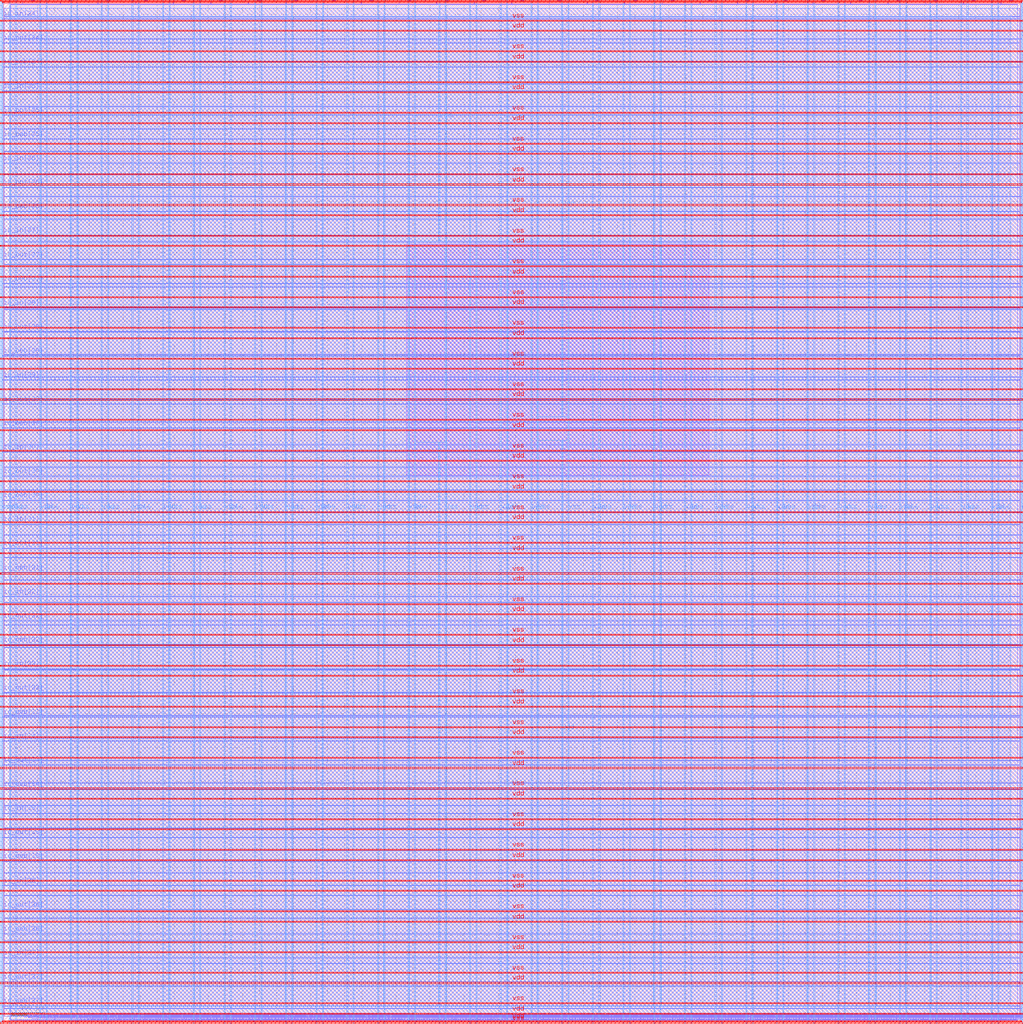
<source format=lef>
VERSION 5.7 ;
  NOWIREEXTENSIONATPIN ON ;
  DIVIDERCHAR "/" ;
  BUSBITCHARS "[]" ;
MACRO user_project_wrapper
  CLASS BLOCK ;
  FOREIGN user_project_wrapper ;
  ORIGIN 0.000 0.000 ;
  SIZE 2980.200 BY 2980.200 ;
  PIN io_in[0]
    DIRECTION INPUT ;
    USE SIGNAL ;
    PORT
      LAYER Metal3 ;
        RECT 2977.800 35.560 2985.000 36.680 ;
    END
  END io_in[0]
  PIN io_in[10]
    DIRECTION INPUT ;
    USE SIGNAL ;
    PORT
      LAYER Metal3 ;
        RECT 2977.800 2017.960 2985.000 2019.080 ;
    END
  END io_in[10]
  PIN io_in[11]
    DIRECTION INPUT ;
    USE SIGNAL ;
    PORT
      LAYER Metal3 ;
        RECT 2977.800 2216.200 2985.000 2217.320 ;
    END
  END io_in[11]
  PIN io_in[12]
    DIRECTION INPUT ;
    USE SIGNAL ;
    PORT
      LAYER Metal3 ;
        RECT 2977.800 2414.440 2985.000 2415.560 ;
    END
  END io_in[12]
  PIN io_in[13]
    DIRECTION INPUT ;
    USE SIGNAL ;
    PORT
      LAYER Metal3 ;
        RECT 2977.800 2612.680 2985.000 2613.800 ;
    END
  END io_in[13]
  PIN io_in[14]
    DIRECTION INPUT ;
    USE SIGNAL ;
    PORT
      LAYER Metal3 ;
        RECT 2977.800 2810.920 2985.000 2812.040 ;
    END
  END io_in[14]
  PIN io_in[15]
    DIRECTION INPUT ;
    USE SIGNAL ;
    PORT
      LAYER Metal2 ;
        RECT 2923.480 2977.800 2924.600 2985.000 ;
    END
  END io_in[15]
  PIN io_in[16]
    DIRECTION INPUT ;
    USE SIGNAL ;
    PORT
      LAYER Metal2 ;
        RECT 2592.520 2977.800 2593.640 2985.000 ;
    END
  END io_in[16]
  PIN io_in[17]
    DIRECTION INPUT ;
    USE SIGNAL ;
    PORT
      LAYER Metal2 ;
        RECT 2261.560 2977.800 2262.680 2985.000 ;
    END
  END io_in[17]
  PIN io_in[18]
    DIRECTION INPUT ;
    USE SIGNAL ;
    PORT
      LAYER Metal2 ;
        RECT 1930.600 2977.800 1931.720 2985.000 ;
    END
  END io_in[18]
  PIN io_in[19]
    DIRECTION INPUT ;
    USE SIGNAL ;
    PORT
      LAYER Metal2 ;
        RECT 1599.640 2977.800 1600.760 2985.000 ;
    END
  END io_in[19]
  PIN io_in[1]
    DIRECTION INPUT ;
    USE SIGNAL ;
    PORT
      LAYER Metal3 ;
        RECT 2977.800 233.800 2985.000 234.920 ;
    END
  END io_in[1]
  PIN io_in[20]
    DIRECTION INPUT ;
    USE SIGNAL ;
    PORT
      LAYER Metal2 ;
        RECT 1268.680 2977.800 1269.800 2985.000 ;
    END
  END io_in[20]
  PIN io_in[21]
    DIRECTION INPUT ;
    USE SIGNAL ;
    PORT
      LAYER Metal2 ;
        RECT 937.720 2977.800 938.840 2985.000 ;
    END
  END io_in[21]
  PIN io_in[22]
    DIRECTION INPUT ;
    USE SIGNAL ;
    PORT
      LAYER Metal2 ;
        RECT 606.760 2977.800 607.880 2985.000 ;
    END
  END io_in[22]
  PIN io_in[23]
    DIRECTION INPUT ;
    USE SIGNAL ;
    PORT
      LAYER Metal2 ;
        RECT 275.800 2977.800 276.920 2985.000 ;
    END
  END io_in[23]
  PIN io_in[24]
    DIRECTION INPUT ;
    USE SIGNAL ;
    PORT
      LAYER Metal3 ;
        RECT -4.800 2935.800 2.400 2936.920 ;
    END
  END io_in[24]
  PIN io_in[25]
    DIRECTION INPUT ;
    USE SIGNAL ;
    PORT
      LAYER Metal3 ;
        RECT -4.800 2724.120 2.400 2725.240 ;
    END
  END io_in[25]
  PIN io_in[26]
    DIRECTION INPUT ;
    USE SIGNAL ;
    PORT
      LAYER Metal3 ;
        RECT -4.800 2512.440 2.400 2513.560 ;
    END
  END io_in[26]
  PIN io_in[27]
    DIRECTION INPUT ;
    USE SIGNAL ;
    PORT
      LAYER Metal3 ;
        RECT -4.800 2300.760 2.400 2301.880 ;
    END
  END io_in[27]
  PIN io_in[28]
    DIRECTION INPUT ;
    USE SIGNAL ;
    PORT
      LAYER Metal3 ;
        RECT -4.800 2089.080 2.400 2090.200 ;
    END
  END io_in[28]
  PIN io_in[29]
    DIRECTION INPUT ;
    USE SIGNAL ;
    PORT
      LAYER Metal3 ;
        RECT -4.800 1877.400 2.400 1878.520 ;
    END
  END io_in[29]
  PIN io_in[2]
    DIRECTION INPUT ;
    USE SIGNAL ;
    PORT
      LAYER Metal3 ;
        RECT 2977.800 432.040 2985.000 433.160 ;
    END
  END io_in[2]
  PIN io_in[30]
    DIRECTION INPUT ;
    USE SIGNAL ;
    PORT
      LAYER Metal3 ;
        RECT -4.800 1665.720 2.400 1666.840 ;
    END
  END io_in[30]
  PIN io_in[31]
    DIRECTION INPUT ;
    USE SIGNAL ;
    PORT
      LAYER Metal3 ;
        RECT -4.800 1454.040 2.400 1455.160 ;
    END
  END io_in[31]
  PIN io_in[32]
    DIRECTION INPUT ;
    USE SIGNAL ;
    PORT
      LAYER Metal3 ;
        RECT -4.800 1242.360 2.400 1243.480 ;
    END
  END io_in[32]
  PIN io_in[33]
    DIRECTION INPUT ;
    USE SIGNAL ;
    PORT
      LAYER Metal3 ;
        RECT -4.800 1030.680 2.400 1031.800 ;
    END
  END io_in[33]
  PIN io_in[34]
    DIRECTION INPUT ;
    USE SIGNAL ;
    PORT
      LAYER Metal3 ;
        RECT -4.800 819.000 2.400 820.120 ;
    END
  END io_in[34]
  PIN io_in[35]
    DIRECTION INPUT ;
    USE SIGNAL ;
    PORT
      LAYER Metal3 ;
        RECT -4.800 607.320 2.400 608.440 ;
    END
  END io_in[35]
  PIN io_in[36]
    DIRECTION INPUT ;
    USE SIGNAL ;
    PORT
      LAYER Metal3 ;
        RECT -4.800 395.640 2.400 396.760 ;
    END
  END io_in[36]
  PIN io_in[37]
    DIRECTION INPUT ;
    USE SIGNAL ;
    PORT
      LAYER Metal3 ;
        RECT -4.800 183.960 2.400 185.080 ;
    END
  END io_in[37]
  PIN io_in[3]
    DIRECTION INPUT ;
    USE SIGNAL ;
    PORT
      LAYER Metal3 ;
        RECT 2977.800 630.280 2985.000 631.400 ;
    END
  END io_in[3]
  PIN io_in[4]
    DIRECTION INPUT ;
    USE SIGNAL ;
    PORT
      LAYER Metal3 ;
        RECT 2977.800 828.520 2985.000 829.640 ;
    END
  END io_in[4]
  PIN io_in[5]
    DIRECTION INPUT ;
    USE SIGNAL ;
    PORT
      LAYER Metal3 ;
        RECT 2977.800 1026.760 2985.000 1027.880 ;
    END
  END io_in[5]
  PIN io_in[6]
    DIRECTION INPUT ;
    USE SIGNAL ;
    PORT
      LAYER Metal3 ;
        RECT 2977.800 1225.000 2985.000 1226.120 ;
    END
  END io_in[6]
  PIN io_in[7]
    DIRECTION INPUT ;
    USE SIGNAL ;
    PORT
      LAYER Metal3 ;
        RECT 2977.800 1423.240 2985.000 1424.360 ;
    END
  END io_in[7]
  PIN io_in[8]
    DIRECTION INPUT ;
    USE SIGNAL ;
    PORT
      LAYER Metal3 ;
        RECT 2977.800 1621.480 2985.000 1622.600 ;
    END
  END io_in[8]
  PIN io_in[9]
    DIRECTION INPUT ;
    USE SIGNAL ;
    PORT
      LAYER Metal3 ;
        RECT 2977.800 1819.720 2985.000 1820.840 ;
    END
  END io_in[9]
  PIN io_oeb[0]
    DIRECTION OUTPUT TRISTATE ;
    USE SIGNAL ;
    PORT
      LAYER Metal3 ;
        RECT 2977.800 167.720 2985.000 168.840 ;
    END
  END io_oeb[0]
  PIN io_oeb[10]
    DIRECTION OUTPUT TRISTATE ;
    USE SIGNAL ;
    PORT
      LAYER Metal3 ;
        RECT 2977.800 2150.120 2985.000 2151.240 ;
    END
  END io_oeb[10]
  PIN io_oeb[11]
    DIRECTION OUTPUT TRISTATE ;
    USE SIGNAL ;
    PORT
      LAYER Metal3 ;
        RECT 2977.800 2348.360 2985.000 2349.480 ;
    END
  END io_oeb[11]
  PIN io_oeb[12]
    DIRECTION OUTPUT TRISTATE ;
    USE SIGNAL ;
    PORT
      LAYER Metal3 ;
        RECT 2977.800 2546.600 2985.000 2547.720 ;
    END
  END io_oeb[12]
  PIN io_oeb[13]
    DIRECTION OUTPUT TRISTATE ;
    USE SIGNAL ;
    PORT
      LAYER Metal3 ;
        RECT 2977.800 2744.840 2985.000 2745.960 ;
    END
  END io_oeb[13]
  PIN io_oeb[14]
    DIRECTION OUTPUT TRISTATE ;
    USE SIGNAL ;
    PORT
      LAYER Metal3 ;
        RECT 2977.800 2943.080 2985.000 2944.200 ;
    END
  END io_oeb[14]
  PIN io_oeb[15]
    DIRECTION OUTPUT TRISTATE ;
    USE SIGNAL ;
    PORT
      LAYER Metal2 ;
        RECT 2702.840 2977.800 2703.960 2985.000 ;
    END
  END io_oeb[15]
  PIN io_oeb[16]
    DIRECTION OUTPUT TRISTATE ;
    USE SIGNAL ;
    PORT
      LAYER Metal2 ;
        RECT 2371.880 2977.800 2373.000 2985.000 ;
    END
  END io_oeb[16]
  PIN io_oeb[17]
    DIRECTION OUTPUT TRISTATE ;
    USE SIGNAL ;
    PORT
      LAYER Metal2 ;
        RECT 2040.920 2977.800 2042.040 2985.000 ;
    END
  END io_oeb[17]
  PIN io_oeb[18]
    DIRECTION OUTPUT TRISTATE ;
    USE SIGNAL ;
    PORT
      LAYER Metal2 ;
        RECT 1709.960 2977.800 1711.080 2985.000 ;
    END
  END io_oeb[18]
  PIN io_oeb[19]
    DIRECTION OUTPUT TRISTATE ;
    USE SIGNAL ;
    PORT
      LAYER Metal2 ;
        RECT 1379.000 2977.800 1380.120 2985.000 ;
    END
  END io_oeb[19]
  PIN io_oeb[1]
    DIRECTION OUTPUT TRISTATE ;
    USE SIGNAL ;
    PORT
      LAYER Metal3 ;
        RECT 2977.800 365.960 2985.000 367.080 ;
    END
  END io_oeb[1]
  PIN io_oeb[20]
    DIRECTION OUTPUT TRISTATE ;
    USE SIGNAL ;
    PORT
      LAYER Metal2 ;
        RECT 1048.040 2977.800 1049.160 2985.000 ;
    END
  END io_oeb[20]
  PIN io_oeb[21]
    DIRECTION OUTPUT TRISTATE ;
    USE SIGNAL ;
    PORT
      LAYER Metal2 ;
        RECT 717.080 2977.800 718.200 2985.000 ;
    END
  END io_oeb[21]
  PIN io_oeb[22]
    DIRECTION OUTPUT TRISTATE ;
    USE SIGNAL ;
    PORT
      LAYER Metal2 ;
        RECT 386.120 2977.800 387.240 2985.000 ;
    END
  END io_oeb[22]
  PIN io_oeb[23]
    DIRECTION OUTPUT TRISTATE ;
    USE SIGNAL ;
    PORT
      LAYER Metal2 ;
        RECT 55.160 2977.800 56.280 2985.000 ;
    END
  END io_oeb[23]
  PIN io_oeb[24]
    DIRECTION OUTPUT TRISTATE ;
    USE SIGNAL ;
    PORT
      LAYER Metal3 ;
        RECT -4.800 2794.680 2.400 2795.800 ;
    END
  END io_oeb[24]
  PIN io_oeb[25]
    DIRECTION OUTPUT TRISTATE ;
    USE SIGNAL ;
    PORT
      LAYER Metal3 ;
        RECT -4.800 2583.000 2.400 2584.120 ;
    END
  END io_oeb[25]
  PIN io_oeb[26]
    DIRECTION OUTPUT TRISTATE ;
    USE SIGNAL ;
    PORT
      LAYER Metal3 ;
        RECT -4.800 2371.320 2.400 2372.440 ;
    END
  END io_oeb[26]
  PIN io_oeb[27]
    DIRECTION OUTPUT TRISTATE ;
    USE SIGNAL ;
    PORT
      LAYER Metal3 ;
        RECT -4.800 2159.640 2.400 2160.760 ;
    END
  END io_oeb[27]
  PIN io_oeb[28]
    DIRECTION OUTPUT TRISTATE ;
    USE SIGNAL ;
    PORT
      LAYER Metal3 ;
        RECT -4.800 1947.960 2.400 1949.080 ;
    END
  END io_oeb[28]
  PIN io_oeb[29]
    DIRECTION OUTPUT TRISTATE ;
    USE SIGNAL ;
    PORT
      LAYER Metal3 ;
        RECT -4.800 1736.280 2.400 1737.400 ;
    END
  END io_oeb[29]
  PIN io_oeb[2]
    DIRECTION OUTPUT TRISTATE ;
    USE SIGNAL ;
    PORT
      LAYER Metal3 ;
        RECT 2977.800 564.200 2985.000 565.320 ;
    END
  END io_oeb[2]
  PIN io_oeb[30]
    DIRECTION OUTPUT TRISTATE ;
    USE SIGNAL ;
    PORT
      LAYER Metal3 ;
        RECT -4.800 1524.600 2.400 1525.720 ;
    END
  END io_oeb[30]
  PIN io_oeb[31]
    DIRECTION OUTPUT TRISTATE ;
    USE SIGNAL ;
    PORT
      LAYER Metal3 ;
        RECT -4.800 1312.920 2.400 1314.040 ;
    END
  END io_oeb[31]
  PIN io_oeb[32]
    DIRECTION OUTPUT TRISTATE ;
    USE SIGNAL ;
    PORT
      LAYER Metal3 ;
        RECT -4.800 1101.240 2.400 1102.360 ;
    END
  END io_oeb[32]
  PIN io_oeb[33]
    DIRECTION OUTPUT TRISTATE ;
    USE SIGNAL ;
    PORT
      LAYER Metal3 ;
        RECT -4.800 889.560 2.400 890.680 ;
    END
  END io_oeb[33]
  PIN io_oeb[34]
    DIRECTION OUTPUT TRISTATE ;
    USE SIGNAL ;
    PORT
      LAYER Metal3 ;
        RECT -4.800 677.880 2.400 679.000 ;
    END
  END io_oeb[34]
  PIN io_oeb[35]
    DIRECTION OUTPUT TRISTATE ;
    USE SIGNAL ;
    PORT
      LAYER Metal3 ;
        RECT -4.800 466.200 2.400 467.320 ;
    END
  END io_oeb[35]
  PIN io_oeb[36]
    DIRECTION OUTPUT TRISTATE ;
    USE SIGNAL ;
    PORT
      LAYER Metal3 ;
        RECT -4.800 254.520 2.400 255.640 ;
    END
  END io_oeb[36]
  PIN io_oeb[37]
    DIRECTION OUTPUT TRISTATE ;
    USE SIGNAL ;
    PORT
      LAYER Metal3 ;
        RECT -4.800 42.840 2.400 43.960 ;
    END
  END io_oeb[37]
  PIN io_oeb[3]
    DIRECTION OUTPUT TRISTATE ;
    USE SIGNAL ;
    PORT
      LAYER Metal3 ;
        RECT 2977.800 762.440 2985.000 763.560 ;
    END
  END io_oeb[3]
  PIN io_oeb[4]
    DIRECTION OUTPUT TRISTATE ;
    USE SIGNAL ;
    PORT
      LAYER Metal3 ;
        RECT 2977.800 960.680 2985.000 961.800 ;
    END
  END io_oeb[4]
  PIN io_oeb[5]
    DIRECTION OUTPUT TRISTATE ;
    USE SIGNAL ;
    PORT
      LAYER Metal3 ;
        RECT 2977.800 1158.920 2985.000 1160.040 ;
    END
  END io_oeb[5]
  PIN io_oeb[6]
    DIRECTION OUTPUT TRISTATE ;
    USE SIGNAL ;
    PORT
      LAYER Metal3 ;
        RECT 2977.800 1357.160 2985.000 1358.280 ;
    END
  END io_oeb[6]
  PIN io_oeb[7]
    DIRECTION OUTPUT TRISTATE ;
    USE SIGNAL ;
    PORT
      LAYER Metal3 ;
        RECT 2977.800 1555.400 2985.000 1556.520 ;
    END
  END io_oeb[7]
  PIN io_oeb[8]
    DIRECTION OUTPUT TRISTATE ;
    USE SIGNAL ;
    PORT
      LAYER Metal3 ;
        RECT 2977.800 1753.640 2985.000 1754.760 ;
    END
  END io_oeb[8]
  PIN io_oeb[9]
    DIRECTION OUTPUT TRISTATE ;
    USE SIGNAL ;
    PORT
      LAYER Metal3 ;
        RECT 2977.800 1951.880 2985.000 1953.000 ;
    END
  END io_oeb[9]
  PIN io_out[0]
    DIRECTION OUTPUT TRISTATE ;
    USE SIGNAL ;
    PORT
      LAYER Metal3 ;
        RECT 2977.800 101.640 2985.000 102.760 ;
    END
  END io_out[0]
  PIN io_out[10]
    DIRECTION OUTPUT TRISTATE ;
    USE SIGNAL ;
    PORT
      LAYER Metal3 ;
        RECT 2977.800 2084.040 2985.000 2085.160 ;
    END
  END io_out[10]
  PIN io_out[11]
    DIRECTION OUTPUT TRISTATE ;
    USE SIGNAL ;
    PORT
      LAYER Metal3 ;
        RECT 2977.800 2282.280 2985.000 2283.400 ;
    END
  END io_out[11]
  PIN io_out[12]
    DIRECTION OUTPUT TRISTATE ;
    USE SIGNAL ;
    PORT
      LAYER Metal3 ;
        RECT 2977.800 2480.520 2985.000 2481.640 ;
    END
  END io_out[12]
  PIN io_out[13]
    DIRECTION OUTPUT TRISTATE ;
    USE SIGNAL ;
    PORT
      LAYER Metal3 ;
        RECT 2977.800 2678.760 2985.000 2679.880 ;
    END
  END io_out[13]
  PIN io_out[14]
    DIRECTION OUTPUT TRISTATE ;
    USE SIGNAL ;
    PORT
      LAYER Metal3 ;
        RECT 2977.800 2877.000 2985.000 2878.120 ;
    END
  END io_out[14]
  PIN io_out[15]
    DIRECTION OUTPUT TRISTATE ;
    USE SIGNAL ;
    PORT
      LAYER Metal2 ;
        RECT 2813.160 2977.800 2814.280 2985.000 ;
    END
  END io_out[15]
  PIN io_out[16]
    DIRECTION OUTPUT TRISTATE ;
    USE SIGNAL ;
    PORT
      LAYER Metal2 ;
        RECT 2482.200 2977.800 2483.320 2985.000 ;
    END
  END io_out[16]
  PIN io_out[17]
    DIRECTION OUTPUT TRISTATE ;
    USE SIGNAL ;
    PORT
      LAYER Metal2 ;
        RECT 2151.240 2977.800 2152.360 2985.000 ;
    END
  END io_out[17]
  PIN io_out[18]
    DIRECTION OUTPUT TRISTATE ;
    USE SIGNAL ;
    PORT
      LAYER Metal2 ;
        RECT 1820.280 2977.800 1821.400 2985.000 ;
    END
  END io_out[18]
  PIN io_out[19]
    DIRECTION OUTPUT TRISTATE ;
    USE SIGNAL ;
    PORT
      LAYER Metal2 ;
        RECT 1489.320 2977.800 1490.440 2985.000 ;
    END
  END io_out[19]
  PIN io_out[1]
    DIRECTION OUTPUT TRISTATE ;
    USE SIGNAL ;
    PORT
      LAYER Metal3 ;
        RECT 2977.800 299.880 2985.000 301.000 ;
    END
  END io_out[1]
  PIN io_out[20]
    DIRECTION OUTPUT TRISTATE ;
    USE SIGNAL ;
    PORT
      LAYER Metal2 ;
        RECT 1158.360 2977.800 1159.480 2985.000 ;
    END
  END io_out[20]
  PIN io_out[21]
    DIRECTION OUTPUT TRISTATE ;
    USE SIGNAL ;
    PORT
      LAYER Metal2 ;
        RECT 827.400 2977.800 828.520 2985.000 ;
    END
  END io_out[21]
  PIN io_out[22]
    DIRECTION OUTPUT TRISTATE ;
    USE SIGNAL ;
    PORT
      LAYER Metal2 ;
        RECT 496.440 2977.800 497.560 2985.000 ;
    END
  END io_out[22]
  PIN io_out[23]
    DIRECTION OUTPUT TRISTATE ;
    USE SIGNAL ;
    PORT
      LAYER Metal2 ;
        RECT 165.480 2977.800 166.600 2985.000 ;
    END
  END io_out[23]
  PIN io_out[24]
    DIRECTION OUTPUT TRISTATE ;
    USE SIGNAL ;
    PORT
      LAYER Metal3 ;
        RECT -4.800 2865.240 2.400 2866.360 ;
    END
  END io_out[24]
  PIN io_out[25]
    DIRECTION OUTPUT TRISTATE ;
    USE SIGNAL ;
    PORT
      LAYER Metal3 ;
        RECT -4.800 2653.560 2.400 2654.680 ;
    END
  END io_out[25]
  PIN io_out[26]
    DIRECTION OUTPUT TRISTATE ;
    USE SIGNAL ;
    PORT
      LAYER Metal3 ;
        RECT -4.800 2441.880 2.400 2443.000 ;
    END
  END io_out[26]
  PIN io_out[27]
    DIRECTION OUTPUT TRISTATE ;
    USE SIGNAL ;
    PORT
      LAYER Metal3 ;
        RECT -4.800 2230.200 2.400 2231.320 ;
    END
  END io_out[27]
  PIN io_out[28]
    DIRECTION OUTPUT TRISTATE ;
    USE SIGNAL ;
    PORT
      LAYER Metal3 ;
        RECT -4.800 2018.520 2.400 2019.640 ;
    END
  END io_out[28]
  PIN io_out[29]
    DIRECTION OUTPUT TRISTATE ;
    USE SIGNAL ;
    PORT
      LAYER Metal3 ;
        RECT -4.800 1806.840 2.400 1807.960 ;
    END
  END io_out[29]
  PIN io_out[2]
    DIRECTION OUTPUT TRISTATE ;
    USE SIGNAL ;
    PORT
      LAYER Metal3 ;
        RECT 2977.800 498.120 2985.000 499.240 ;
    END
  END io_out[2]
  PIN io_out[30]
    DIRECTION OUTPUT TRISTATE ;
    USE SIGNAL ;
    PORT
      LAYER Metal3 ;
        RECT -4.800 1595.160 2.400 1596.280 ;
    END
  END io_out[30]
  PIN io_out[31]
    DIRECTION OUTPUT TRISTATE ;
    USE SIGNAL ;
    PORT
      LAYER Metal3 ;
        RECT -4.800 1383.480 2.400 1384.600 ;
    END
  END io_out[31]
  PIN io_out[32]
    DIRECTION OUTPUT TRISTATE ;
    USE SIGNAL ;
    PORT
      LAYER Metal3 ;
        RECT -4.800 1171.800 2.400 1172.920 ;
    END
  END io_out[32]
  PIN io_out[33]
    DIRECTION OUTPUT TRISTATE ;
    USE SIGNAL ;
    PORT
      LAYER Metal3 ;
        RECT -4.800 960.120 2.400 961.240 ;
    END
  END io_out[33]
  PIN io_out[34]
    DIRECTION OUTPUT TRISTATE ;
    USE SIGNAL ;
    PORT
      LAYER Metal3 ;
        RECT -4.800 748.440 2.400 749.560 ;
    END
  END io_out[34]
  PIN io_out[35]
    DIRECTION OUTPUT TRISTATE ;
    USE SIGNAL ;
    PORT
      LAYER Metal3 ;
        RECT -4.800 536.760 2.400 537.880 ;
    END
  END io_out[35]
  PIN io_out[36]
    DIRECTION OUTPUT TRISTATE ;
    USE SIGNAL ;
    PORT
      LAYER Metal3 ;
        RECT -4.800 325.080 2.400 326.200 ;
    END
  END io_out[36]
  PIN io_out[37]
    DIRECTION OUTPUT TRISTATE ;
    USE SIGNAL ;
    PORT
      LAYER Metal3 ;
        RECT -4.800 113.400 2.400 114.520 ;
    END
  END io_out[37]
  PIN io_out[3]
    DIRECTION OUTPUT TRISTATE ;
    USE SIGNAL ;
    PORT
      LAYER Metal3 ;
        RECT 2977.800 696.360 2985.000 697.480 ;
    END
  END io_out[3]
  PIN io_out[4]
    DIRECTION OUTPUT TRISTATE ;
    USE SIGNAL ;
    PORT
      LAYER Metal3 ;
        RECT 2977.800 894.600 2985.000 895.720 ;
    END
  END io_out[4]
  PIN io_out[5]
    DIRECTION OUTPUT TRISTATE ;
    USE SIGNAL ;
    PORT
      LAYER Metal3 ;
        RECT 2977.800 1092.840 2985.000 1093.960 ;
    END
  END io_out[5]
  PIN io_out[6]
    DIRECTION OUTPUT TRISTATE ;
    USE SIGNAL ;
    PORT
      LAYER Metal3 ;
        RECT 2977.800 1291.080 2985.000 1292.200 ;
    END
  END io_out[6]
  PIN io_out[7]
    DIRECTION OUTPUT TRISTATE ;
    USE SIGNAL ;
    PORT
      LAYER Metal3 ;
        RECT 2977.800 1489.320 2985.000 1490.440 ;
    END
  END io_out[7]
  PIN io_out[8]
    DIRECTION OUTPUT TRISTATE ;
    USE SIGNAL ;
    PORT
      LAYER Metal3 ;
        RECT 2977.800 1687.560 2985.000 1688.680 ;
    END
  END io_out[8]
  PIN io_out[9]
    DIRECTION OUTPUT TRISTATE ;
    USE SIGNAL ;
    PORT
      LAYER Metal3 ;
        RECT 2977.800 1885.800 2985.000 1886.920 ;
    END
  END io_out[9]
  PIN la_data_in[0]
    DIRECTION INPUT ;
    USE SIGNAL ;
    PORT
      LAYER Metal2 ;
        RECT 1065.960 -4.800 1067.080 2.400 ;
    END
  END la_data_in[0]
  PIN la_data_in[10]
    DIRECTION INPUT ;
    USE SIGNAL ;
    PORT
      LAYER Metal2 ;
        RECT 1351.560 -4.800 1352.680 2.400 ;
    END
  END la_data_in[10]
  PIN la_data_in[11]
    DIRECTION INPUT ;
    USE SIGNAL ;
    PORT
      LAYER Metal2 ;
        RECT 1380.120 -4.800 1381.240 2.400 ;
    END
  END la_data_in[11]
  PIN la_data_in[12]
    DIRECTION INPUT ;
    USE SIGNAL ;
    PORT
      LAYER Metal2 ;
        RECT 1408.680 -4.800 1409.800 2.400 ;
    END
  END la_data_in[12]
  PIN la_data_in[13]
    DIRECTION INPUT ;
    USE SIGNAL ;
    PORT
      LAYER Metal2 ;
        RECT 1437.240 -4.800 1438.360 2.400 ;
    END
  END la_data_in[13]
  PIN la_data_in[14]
    DIRECTION INPUT ;
    USE SIGNAL ;
    PORT
      LAYER Metal2 ;
        RECT 1465.800 -4.800 1466.920 2.400 ;
    END
  END la_data_in[14]
  PIN la_data_in[15]
    DIRECTION INPUT ;
    USE SIGNAL ;
    PORT
      LAYER Metal2 ;
        RECT 1494.360 -4.800 1495.480 2.400 ;
    END
  END la_data_in[15]
  PIN la_data_in[16]
    DIRECTION INPUT ;
    USE SIGNAL ;
    PORT
      LAYER Metal2 ;
        RECT 1522.920 -4.800 1524.040 2.400 ;
    END
  END la_data_in[16]
  PIN la_data_in[17]
    DIRECTION INPUT ;
    USE SIGNAL ;
    PORT
      LAYER Metal2 ;
        RECT 1551.480 -4.800 1552.600 2.400 ;
    END
  END la_data_in[17]
  PIN la_data_in[18]
    DIRECTION INPUT ;
    USE SIGNAL ;
    PORT
      LAYER Metal2 ;
        RECT 1580.040 -4.800 1581.160 2.400 ;
    END
  END la_data_in[18]
  PIN la_data_in[19]
    DIRECTION INPUT ;
    USE SIGNAL ;
    PORT
      LAYER Metal2 ;
        RECT 1608.600 -4.800 1609.720 2.400 ;
    END
  END la_data_in[19]
  PIN la_data_in[1]
    DIRECTION INPUT ;
    USE SIGNAL ;
    PORT
      LAYER Metal2 ;
        RECT 1094.520 -4.800 1095.640 2.400 ;
    END
  END la_data_in[1]
  PIN la_data_in[20]
    DIRECTION INPUT ;
    USE SIGNAL ;
    PORT
      LAYER Metal2 ;
        RECT 1637.160 -4.800 1638.280 2.400 ;
    END
  END la_data_in[20]
  PIN la_data_in[21]
    DIRECTION INPUT ;
    USE SIGNAL ;
    PORT
      LAYER Metal2 ;
        RECT 1665.720 -4.800 1666.840 2.400 ;
    END
  END la_data_in[21]
  PIN la_data_in[22]
    DIRECTION INPUT ;
    USE SIGNAL ;
    PORT
      LAYER Metal2 ;
        RECT 1694.280 -4.800 1695.400 2.400 ;
    END
  END la_data_in[22]
  PIN la_data_in[23]
    DIRECTION INPUT ;
    USE SIGNAL ;
    PORT
      LAYER Metal2 ;
        RECT 1722.840 -4.800 1723.960 2.400 ;
    END
  END la_data_in[23]
  PIN la_data_in[24]
    DIRECTION INPUT ;
    USE SIGNAL ;
    PORT
      LAYER Metal2 ;
        RECT 1751.400 -4.800 1752.520 2.400 ;
    END
  END la_data_in[24]
  PIN la_data_in[25]
    DIRECTION INPUT ;
    USE SIGNAL ;
    PORT
      LAYER Metal2 ;
        RECT 1779.960 -4.800 1781.080 2.400 ;
    END
  END la_data_in[25]
  PIN la_data_in[26]
    DIRECTION INPUT ;
    USE SIGNAL ;
    PORT
      LAYER Metal2 ;
        RECT 1808.520 -4.800 1809.640 2.400 ;
    END
  END la_data_in[26]
  PIN la_data_in[27]
    DIRECTION INPUT ;
    USE SIGNAL ;
    PORT
      LAYER Metal2 ;
        RECT 1837.080 -4.800 1838.200 2.400 ;
    END
  END la_data_in[27]
  PIN la_data_in[28]
    DIRECTION INPUT ;
    USE SIGNAL ;
    PORT
      LAYER Metal2 ;
        RECT 1865.640 -4.800 1866.760 2.400 ;
    END
  END la_data_in[28]
  PIN la_data_in[29]
    DIRECTION INPUT ;
    USE SIGNAL ;
    PORT
      LAYER Metal2 ;
        RECT 1894.200 -4.800 1895.320 2.400 ;
    END
  END la_data_in[29]
  PIN la_data_in[2]
    DIRECTION INPUT ;
    USE SIGNAL ;
    PORT
      LAYER Metal2 ;
        RECT 1123.080 -4.800 1124.200 2.400 ;
    END
  END la_data_in[2]
  PIN la_data_in[30]
    DIRECTION INPUT ;
    USE SIGNAL ;
    PORT
      LAYER Metal2 ;
        RECT 1922.760 -4.800 1923.880 2.400 ;
    END
  END la_data_in[30]
  PIN la_data_in[31]
    DIRECTION INPUT ;
    USE SIGNAL ;
    PORT
      LAYER Metal2 ;
        RECT 1951.320 -4.800 1952.440 2.400 ;
    END
  END la_data_in[31]
  PIN la_data_in[32]
    DIRECTION INPUT ;
    USE SIGNAL ;
    PORT
      LAYER Metal2 ;
        RECT 1979.880 -4.800 1981.000 2.400 ;
    END
  END la_data_in[32]
  PIN la_data_in[33]
    DIRECTION INPUT ;
    USE SIGNAL ;
    PORT
      LAYER Metal2 ;
        RECT 2008.440 -4.800 2009.560 2.400 ;
    END
  END la_data_in[33]
  PIN la_data_in[34]
    DIRECTION INPUT ;
    USE SIGNAL ;
    PORT
      LAYER Metal2 ;
        RECT 2037.000 -4.800 2038.120 2.400 ;
    END
  END la_data_in[34]
  PIN la_data_in[35]
    DIRECTION INPUT ;
    USE SIGNAL ;
    PORT
      LAYER Metal2 ;
        RECT 2065.560 -4.800 2066.680 2.400 ;
    END
  END la_data_in[35]
  PIN la_data_in[36]
    DIRECTION INPUT ;
    USE SIGNAL ;
    PORT
      LAYER Metal2 ;
        RECT 2094.120 -4.800 2095.240 2.400 ;
    END
  END la_data_in[36]
  PIN la_data_in[37]
    DIRECTION INPUT ;
    USE SIGNAL ;
    PORT
      LAYER Metal2 ;
        RECT 2122.680 -4.800 2123.800 2.400 ;
    END
  END la_data_in[37]
  PIN la_data_in[38]
    DIRECTION INPUT ;
    USE SIGNAL ;
    PORT
      LAYER Metal2 ;
        RECT 2151.240 -4.800 2152.360 2.400 ;
    END
  END la_data_in[38]
  PIN la_data_in[39]
    DIRECTION INPUT ;
    USE SIGNAL ;
    PORT
      LAYER Metal2 ;
        RECT 2179.800 -4.800 2180.920 2.400 ;
    END
  END la_data_in[39]
  PIN la_data_in[3]
    DIRECTION INPUT ;
    USE SIGNAL ;
    PORT
      LAYER Metal2 ;
        RECT 1151.640 -4.800 1152.760 2.400 ;
    END
  END la_data_in[3]
  PIN la_data_in[40]
    DIRECTION INPUT ;
    USE SIGNAL ;
    PORT
      LAYER Metal2 ;
        RECT 2208.360 -4.800 2209.480 2.400 ;
    END
  END la_data_in[40]
  PIN la_data_in[41]
    DIRECTION INPUT ;
    USE SIGNAL ;
    PORT
      LAYER Metal2 ;
        RECT 2236.920 -4.800 2238.040 2.400 ;
    END
  END la_data_in[41]
  PIN la_data_in[42]
    DIRECTION INPUT ;
    USE SIGNAL ;
    PORT
      LAYER Metal2 ;
        RECT 2265.480 -4.800 2266.600 2.400 ;
    END
  END la_data_in[42]
  PIN la_data_in[43]
    DIRECTION INPUT ;
    USE SIGNAL ;
    PORT
      LAYER Metal2 ;
        RECT 2294.040 -4.800 2295.160 2.400 ;
    END
  END la_data_in[43]
  PIN la_data_in[44]
    DIRECTION INPUT ;
    USE SIGNAL ;
    PORT
      LAYER Metal2 ;
        RECT 2322.600 -4.800 2323.720 2.400 ;
    END
  END la_data_in[44]
  PIN la_data_in[45]
    DIRECTION INPUT ;
    USE SIGNAL ;
    PORT
      LAYER Metal2 ;
        RECT 2351.160 -4.800 2352.280 2.400 ;
    END
  END la_data_in[45]
  PIN la_data_in[46]
    DIRECTION INPUT ;
    USE SIGNAL ;
    PORT
      LAYER Metal2 ;
        RECT 2379.720 -4.800 2380.840 2.400 ;
    END
  END la_data_in[46]
  PIN la_data_in[47]
    DIRECTION INPUT ;
    USE SIGNAL ;
    PORT
      LAYER Metal2 ;
        RECT 2408.280 -4.800 2409.400 2.400 ;
    END
  END la_data_in[47]
  PIN la_data_in[48]
    DIRECTION INPUT ;
    USE SIGNAL ;
    PORT
      LAYER Metal2 ;
        RECT 2436.840 -4.800 2437.960 2.400 ;
    END
  END la_data_in[48]
  PIN la_data_in[49]
    DIRECTION INPUT ;
    USE SIGNAL ;
    PORT
      LAYER Metal2 ;
        RECT 2465.400 -4.800 2466.520 2.400 ;
    END
  END la_data_in[49]
  PIN la_data_in[4]
    DIRECTION INPUT ;
    USE SIGNAL ;
    PORT
      LAYER Metal2 ;
        RECT 1180.200 -4.800 1181.320 2.400 ;
    END
  END la_data_in[4]
  PIN la_data_in[50]
    DIRECTION INPUT ;
    USE SIGNAL ;
    PORT
      LAYER Metal2 ;
        RECT 2493.960 -4.800 2495.080 2.400 ;
    END
  END la_data_in[50]
  PIN la_data_in[51]
    DIRECTION INPUT ;
    USE SIGNAL ;
    PORT
      LAYER Metal2 ;
        RECT 2522.520 -4.800 2523.640 2.400 ;
    END
  END la_data_in[51]
  PIN la_data_in[52]
    DIRECTION INPUT ;
    USE SIGNAL ;
    PORT
      LAYER Metal2 ;
        RECT 2551.080 -4.800 2552.200 2.400 ;
    END
  END la_data_in[52]
  PIN la_data_in[53]
    DIRECTION INPUT ;
    USE SIGNAL ;
    PORT
      LAYER Metal2 ;
        RECT 2579.640 -4.800 2580.760 2.400 ;
    END
  END la_data_in[53]
  PIN la_data_in[54]
    DIRECTION INPUT ;
    USE SIGNAL ;
    PORT
      LAYER Metal2 ;
        RECT 2608.200 -4.800 2609.320 2.400 ;
    END
  END la_data_in[54]
  PIN la_data_in[55]
    DIRECTION INPUT ;
    USE SIGNAL ;
    PORT
      LAYER Metal2 ;
        RECT 2636.760 -4.800 2637.880 2.400 ;
    END
  END la_data_in[55]
  PIN la_data_in[56]
    DIRECTION INPUT ;
    USE SIGNAL ;
    PORT
      LAYER Metal2 ;
        RECT 2665.320 -4.800 2666.440 2.400 ;
    END
  END la_data_in[56]
  PIN la_data_in[57]
    DIRECTION INPUT ;
    USE SIGNAL ;
    PORT
      LAYER Metal2 ;
        RECT 2693.880 -4.800 2695.000 2.400 ;
    END
  END la_data_in[57]
  PIN la_data_in[58]
    DIRECTION INPUT ;
    USE SIGNAL ;
    PORT
      LAYER Metal2 ;
        RECT 2722.440 -4.800 2723.560 2.400 ;
    END
  END la_data_in[58]
  PIN la_data_in[59]
    DIRECTION INPUT ;
    USE SIGNAL ;
    PORT
      LAYER Metal2 ;
        RECT 2751.000 -4.800 2752.120 2.400 ;
    END
  END la_data_in[59]
  PIN la_data_in[5]
    DIRECTION INPUT ;
    USE SIGNAL ;
    PORT
      LAYER Metal2 ;
        RECT 1208.760 -4.800 1209.880 2.400 ;
    END
  END la_data_in[5]
  PIN la_data_in[60]
    DIRECTION INPUT ;
    USE SIGNAL ;
    PORT
      LAYER Metal2 ;
        RECT 2779.560 -4.800 2780.680 2.400 ;
    END
  END la_data_in[60]
  PIN la_data_in[61]
    DIRECTION INPUT ;
    USE SIGNAL ;
    PORT
      LAYER Metal2 ;
        RECT 2808.120 -4.800 2809.240 2.400 ;
    END
  END la_data_in[61]
  PIN la_data_in[62]
    DIRECTION INPUT ;
    USE SIGNAL ;
    PORT
      LAYER Metal2 ;
        RECT 2836.680 -4.800 2837.800 2.400 ;
    END
  END la_data_in[62]
  PIN la_data_in[63]
    DIRECTION INPUT ;
    USE SIGNAL ;
    PORT
      LAYER Metal2 ;
        RECT 2865.240 -4.800 2866.360 2.400 ;
    END
  END la_data_in[63]
  PIN la_data_in[6]
    DIRECTION INPUT ;
    USE SIGNAL ;
    PORT
      LAYER Metal2 ;
        RECT 1237.320 -4.800 1238.440 2.400 ;
    END
  END la_data_in[6]
  PIN la_data_in[7]
    DIRECTION INPUT ;
    USE SIGNAL ;
    PORT
      LAYER Metal2 ;
        RECT 1265.880 -4.800 1267.000 2.400 ;
    END
  END la_data_in[7]
  PIN la_data_in[8]
    DIRECTION INPUT ;
    USE SIGNAL ;
    PORT
      LAYER Metal2 ;
        RECT 1294.440 -4.800 1295.560 2.400 ;
    END
  END la_data_in[8]
  PIN la_data_in[9]
    DIRECTION INPUT ;
    USE SIGNAL ;
    PORT
      LAYER Metal2 ;
        RECT 1323.000 -4.800 1324.120 2.400 ;
    END
  END la_data_in[9]
  PIN la_data_out[0]
    DIRECTION OUTPUT TRISTATE ;
    USE SIGNAL ;
    PORT
      LAYER Metal2 ;
        RECT 1075.480 -4.800 1076.600 2.400 ;
    END
  END la_data_out[0]
  PIN la_data_out[10]
    DIRECTION OUTPUT TRISTATE ;
    USE SIGNAL ;
    PORT
      LAYER Metal2 ;
        RECT 1361.080 -4.800 1362.200 2.400 ;
    END
  END la_data_out[10]
  PIN la_data_out[11]
    DIRECTION OUTPUT TRISTATE ;
    USE SIGNAL ;
    PORT
      LAYER Metal2 ;
        RECT 1389.640 -4.800 1390.760 2.400 ;
    END
  END la_data_out[11]
  PIN la_data_out[12]
    DIRECTION OUTPUT TRISTATE ;
    USE SIGNAL ;
    PORT
      LAYER Metal2 ;
        RECT 1418.200 -4.800 1419.320 2.400 ;
    END
  END la_data_out[12]
  PIN la_data_out[13]
    DIRECTION OUTPUT TRISTATE ;
    USE SIGNAL ;
    PORT
      LAYER Metal2 ;
        RECT 1446.760 -4.800 1447.880 2.400 ;
    END
  END la_data_out[13]
  PIN la_data_out[14]
    DIRECTION OUTPUT TRISTATE ;
    USE SIGNAL ;
    PORT
      LAYER Metal2 ;
        RECT 1475.320 -4.800 1476.440 2.400 ;
    END
  END la_data_out[14]
  PIN la_data_out[15]
    DIRECTION OUTPUT TRISTATE ;
    USE SIGNAL ;
    PORT
      LAYER Metal2 ;
        RECT 1503.880 -4.800 1505.000 2.400 ;
    END
  END la_data_out[15]
  PIN la_data_out[16]
    DIRECTION OUTPUT TRISTATE ;
    USE SIGNAL ;
    PORT
      LAYER Metal2 ;
        RECT 1532.440 -4.800 1533.560 2.400 ;
    END
  END la_data_out[16]
  PIN la_data_out[17]
    DIRECTION OUTPUT TRISTATE ;
    USE SIGNAL ;
    PORT
      LAYER Metal2 ;
        RECT 1561.000 -4.800 1562.120 2.400 ;
    END
  END la_data_out[17]
  PIN la_data_out[18]
    DIRECTION OUTPUT TRISTATE ;
    USE SIGNAL ;
    PORT
      LAYER Metal2 ;
        RECT 1589.560 -4.800 1590.680 2.400 ;
    END
  END la_data_out[18]
  PIN la_data_out[19]
    DIRECTION OUTPUT TRISTATE ;
    USE SIGNAL ;
    PORT
      LAYER Metal2 ;
        RECT 1618.120 -4.800 1619.240 2.400 ;
    END
  END la_data_out[19]
  PIN la_data_out[1]
    DIRECTION OUTPUT TRISTATE ;
    USE SIGNAL ;
    PORT
      LAYER Metal2 ;
        RECT 1104.040 -4.800 1105.160 2.400 ;
    END
  END la_data_out[1]
  PIN la_data_out[20]
    DIRECTION OUTPUT TRISTATE ;
    USE SIGNAL ;
    PORT
      LAYER Metal2 ;
        RECT 1646.680 -4.800 1647.800 2.400 ;
    END
  END la_data_out[20]
  PIN la_data_out[21]
    DIRECTION OUTPUT TRISTATE ;
    USE SIGNAL ;
    PORT
      LAYER Metal2 ;
        RECT 1675.240 -4.800 1676.360 2.400 ;
    END
  END la_data_out[21]
  PIN la_data_out[22]
    DIRECTION OUTPUT TRISTATE ;
    USE SIGNAL ;
    PORT
      LAYER Metal2 ;
        RECT 1703.800 -4.800 1704.920 2.400 ;
    END
  END la_data_out[22]
  PIN la_data_out[23]
    DIRECTION OUTPUT TRISTATE ;
    USE SIGNAL ;
    PORT
      LAYER Metal2 ;
        RECT 1732.360 -4.800 1733.480 2.400 ;
    END
  END la_data_out[23]
  PIN la_data_out[24]
    DIRECTION OUTPUT TRISTATE ;
    USE SIGNAL ;
    PORT
      LAYER Metal2 ;
        RECT 1760.920 -4.800 1762.040 2.400 ;
    END
  END la_data_out[24]
  PIN la_data_out[25]
    DIRECTION OUTPUT TRISTATE ;
    USE SIGNAL ;
    PORT
      LAYER Metal2 ;
        RECT 1789.480 -4.800 1790.600 2.400 ;
    END
  END la_data_out[25]
  PIN la_data_out[26]
    DIRECTION OUTPUT TRISTATE ;
    USE SIGNAL ;
    PORT
      LAYER Metal2 ;
        RECT 1818.040 -4.800 1819.160 2.400 ;
    END
  END la_data_out[26]
  PIN la_data_out[27]
    DIRECTION OUTPUT TRISTATE ;
    USE SIGNAL ;
    PORT
      LAYER Metal2 ;
        RECT 1846.600 -4.800 1847.720 2.400 ;
    END
  END la_data_out[27]
  PIN la_data_out[28]
    DIRECTION OUTPUT TRISTATE ;
    USE SIGNAL ;
    PORT
      LAYER Metal2 ;
        RECT 1875.160 -4.800 1876.280 2.400 ;
    END
  END la_data_out[28]
  PIN la_data_out[29]
    DIRECTION OUTPUT TRISTATE ;
    USE SIGNAL ;
    PORT
      LAYER Metal2 ;
        RECT 1903.720 -4.800 1904.840 2.400 ;
    END
  END la_data_out[29]
  PIN la_data_out[2]
    DIRECTION OUTPUT TRISTATE ;
    USE SIGNAL ;
    PORT
      LAYER Metal2 ;
        RECT 1132.600 -4.800 1133.720 2.400 ;
    END
  END la_data_out[2]
  PIN la_data_out[30]
    DIRECTION OUTPUT TRISTATE ;
    USE SIGNAL ;
    PORT
      LAYER Metal2 ;
        RECT 1932.280 -4.800 1933.400 2.400 ;
    END
  END la_data_out[30]
  PIN la_data_out[31]
    DIRECTION OUTPUT TRISTATE ;
    USE SIGNAL ;
    PORT
      LAYER Metal2 ;
        RECT 1960.840 -4.800 1961.960 2.400 ;
    END
  END la_data_out[31]
  PIN la_data_out[32]
    DIRECTION OUTPUT TRISTATE ;
    USE SIGNAL ;
    PORT
      LAYER Metal2 ;
        RECT 1989.400 -4.800 1990.520 2.400 ;
    END
  END la_data_out[32]
  PIN la_data_out[33]
    DIRECTION OUTPUT TRISTATE ;
    USE SIGNAL ;
    PORT
      LAYER Metal2 ;
        RECT 2017.960 -4.800 2019.080 2.400 ;
    END
  END la_data_out[33]
  PIN la_data_out[34]
    DIRECTION OUTPUT TRISTATE ;
    USE SIGNAL ;
    PORT
      LAYER Metal2 ;
        RECT 2046.520 -4.800 2047.640 2.400 ;
    END
  END la_data_out[34]
  PIN la_data_out[35]
    DIRECTION OUTPUT TRISTATE ;
    USE SIGNAL ;
    PORT
      LAYER Metal2 ;
        RECT 2075.080 -4.800 2076.200 2.400 ;
    END
  END la_data_out[35]
  PIN la_data_out[36]
    DIRECTION OUTPUT TRISTATE ;
    USE SIGNAL ;
    PORT
      LAYER Metal2 ;
        RECT 2103.640 -4.800 2104.760 2.400 ;
    END
  END la_data_out[36]
  PIN la_data_out[37]
    DIRECTION OUTPUT TRISTATE ;
    USE SIGNAL ;
    PORT
      LAYER Metal2 ;
        RECT 2132.200 -4.800 2133.320 2.400 ;
    END
  END la_data_out[37]
  PIN la_data_out[38]
    DIRECTION OUTPUT TRISTATE ;
    USE SIGNAL ;
    PORT
      LAYER Metal2 ;
        RECT 2160.760 -4.800 2161.880 2.400 ;
    END
  END la_data_out[38]
  PIN la_data_out[39]
    DIRECTION OUTPUT TRISTATE ;
    USE SIGNAL ;
    PORT
      LAYER Metal2 ;
        RECT 2189.320 -4.800 2190.440 2.400 ;
    END
  END la_data_out[39]
  PIN la_data_out[3]
    DIRECTION OUTPUT TRISTATE ;
    USE SIGNAL ;
    PORT
      LAYER Metal2 ;
        RECT 1161.160 -4.800 1162.280 2.400 ;
    END
  END la_data_out[3]
  PIN la_data_out[40]
    DIRECTION OUTPUT TRISTATE ;
    USE SIGNAL ;
    PORT
      LAYER Metal2 ;
        RECT 2217.880 -4.800 2219.000 2.400 ;
    END
  END la_data_out[40]
  PIN la_data_out[41]
    DIRECTION OUTPUT TRISTATE ;
    USE SIGNAL ;
    PORT
      LAYER Metal2 ;
        RECT 2246.440 -4.800 2247.560 2.400 ;
    END
  END la_data_out[41]
  PIN la_data_out[42]
    DIRECTION OUTPUT TRISTATE ;
    USE SIGNAL ;
    PORT
      LAYER Metal2 ;
        RECT 2275.000 -4.800 2276.120 2.400 ;
    END
  END la_data_out[42]
  PIN la_data_out[43]
    DIRECTION OUTPUT TRISTATE ;
    USE SIGNAL ;
    PORT
      LAYER Metal2 ;
        RECT 2303.560 -4.800 2304.680 2.400 ;
    END
  END la_data_out[43]
  PIN la_data_out[44]
    DIRECTION OUTPUT TRISTATE ;
    USE SIGNAL ;
    PORT
      LAYER Metal2 ;
        RECT 2332.120 -4.800 2333.240 2.400 ;
    END
  END la_data_out[44]
  PIN la_data_out[45]
    DIRECTION OUTPUT TRISTATE ;
    USE SIGNAL ;
    PORT
      LAYER Metal2 ;
        RECT 2360.680 -4.800 2361.800 2.400 ;
    END
  END la_data_out[45]
  PIN la_data_out[46]
    DIRECTION OUTPUT TRISTATE ;
    USE SIGNAL ;
    PORT
      LAYER Metal2 ;
        RECT 2389.240 -4.800 2390.360 2.400 ;
    END
  END la_data_out[46]
  PIN la_data_out[47]
    DIRECTION OUTPUT TRISTATE ;
    USE SIGNAL ;
    PORT
      LAYER Metal2 ;
        RECT 2417.800 -4.800 2418.920 2.400 ;
    END
  END la_data_out[47]
  PIN la_data_out[48]
    DIRECTION OUTPUT TRISTATE ;
    USE SIGNAL ;
    PORT
      LAYER Metal2 ;
        RECT 2446.360 -4.800 2447.480 2.400 ;
    END
  END la_data_out[48]
  PIN la_data_out[49]
    DIRECTION OUTPUT TRISTATE ;
    USE SIGNAL ;
    PORT
      LAYER Metal2 ;
        RECT 2474.920 -4.800 2476.040 2.400 ;
    END
  END la_data_out[49]
  PIN la_data_out[4]
    DIRECTION OUTPUT TRISTATE ;
    USE SIGNAL ;
    PORT
      LAYER Metal2 ;
        RECT 1189.720 -4.800 1190.840 2.400 ;
    END
  END la_data_out[4]
  PIN la_data_out[50]
    DIRECTION OUTPUT TRISTATE ;
    USE SIGNAL ;
    PORT
      LAYER Metal2 ;
        RECT 2503.480 -4.800 2504.600 2.400 ;
    END
  END la_data_out[50]
  PIN la_data_out[51]
    DIRECTION OUTPUT TRISTATE ;
    USE SIGNAL ;
    PORT
      LAYER Metal2 ;
        RECT 2532.040 -4.800 2533.160 2.400 ;
    END
  END la_data_out[51]
  PIN la_data_out[52]
    DIRECTION OUTPUT TRISTATE ;
    USE SIGNAL ;
    PORT
      LAYER Metal2 ;
        RECT 2560.600 -4.800 2561.720 2.400 ;
    END
  END la_data_out[52]
  PIN la_data_out[53]
    DIRECTION OUTPUT TRISTATE ;
    USE SIGNAL ;
    PORT
      LAYER Metal2 ;
        RECT 2589.160 -4.800 2590.280 2.400 ;
    END
  END la_data_out[53]
  PIN la_data_out[54]
    DIRECTION OUTPUT TRISTATE ;
    USE SIGNAL ;
    PORT
      LAYER Metal2 ;
        RECT 2617.720 -4.800 2618.840 2.400 ;
    END
  END la_data_out[54]
  PIN la_data_out[55]
    DIRECTION OUTPUT TRISTATE ;
    USE SIGNAL ;
    PORT
      LAYER Metal2 ;
        RECT 2646.280 -4.800 2647.400 2.400 ;
    END
  END la_data_out[55]
  PIN la_data_out[56]
    DIRECTION OUTPUT TRISTATE ;
    USE SIGNAL ;
    PORT
      LAYER Metal2 ;
        RECT 2674.840 -4.800 2675.960 2.400 ;
    END
  END la_data_out[56]
  PIN la_data_out[57]
    DIRECTION OUTPUT TRISTATE ;
    USE SIGNAL ;
    PORT
      LAYER Metal2 ;
        RECT 2703.400 -4.800 2704.520 2.400 ;
    END
  END la_data_out[57]
  PIN la_data_out[58]
    DIRECTION OUTPUT TRISTATE ;
    USE SIGNAL ;
    PORT
      LAYER Metal2 ;
        RECT 2731.960 -4.800 2733.080 2.400 ;
    END
  END la_data_out[58]
  PIN la_data_out[59]
    DIRECTION OUTPUT TRISTATE ;
    USE SIGNAL ;
    PORT
      LAYER Metal2 ;
        RECT 2760.520 -4.800 2761.640 2.400 ;
    END
  END la_data_out[59]
  PIN la_data_out[5]
    DIRECTION OUTPUT TRISTATE ;
    USE SIGNAL ;
    PORT
      LAYER Metal2 ;
        RECT 1218.280 -4.800 1219.400 2.400 ;
    END
  END la_data_out[5]
  PIN la_data_out[60]
    DIRECTION OUTPUT TRISTATE ;
    USE SIGNAL ;
    PORT
      LAYER Metal2 ;
        RECT 2789.080 -4.800 2790.200 2.400 ;
    END
  END la_data_out[60]
  PIN la_data_out[61]
    DIRECTION OUTPUT TRISTATE ;
    USE SIGNAL ;
    PORT
      LAYER Metal2 ;
        RECT 2817.640 -4.800 2818.760 2.400 ;
    END
  END la_data_out[61]
  PIN la_data_out[62]
    DIRECTION OUTPUT TRISTATE ;
    USE SIGNAL ;
    PORT
      LAYER Metal2 ;
        RECT 2846.200 -4.800 2847.320 2.400 ;
    END
  END la_data_out[62]
  PIN la_data_out[63]
    DIRECTION OUTPUT TRISTATE ;
    USE SIGNAL ;
    PORT
      LAYER Metal2 ;
        RECT 2874.760 -4.800 2875.880 2.400 ;
    END
  END la_data_out[63]
  PIN la_data_out[6]
    DIRECTION OUTPUT TRISTATE ;
    USE SIGNAL ;
    PORT
      LAYER Metal2 ;
        RECT 1246.840 -4.800 1247.960 2.400 ;
    END
  END la_data_out[6]
  PIN la_data_out[7]
    DIRECTION OUTPUT TRISTATE ;
    USE SIGNAL ;
    PORT
      LAYER Metal2 ;
        RECT 1275.400 -4.800 1276.520 2.400 ;
    END
  END la_data_out[7]
  PIN la_data_out[8]
    DIRECTION OUTPUT TRISTATE ;
    USE SIGNAL ;
    PORT
      LAYER Metal2 ;
        RECT 1303.960 -4.800 1305.080 2.400 ;
    END
  END la_data_out[8]
  PIN la_data_out[9]
    DIRECTION OUTPUT TRISTATE ;
    USE SIGNAL ;
    PORT
      LAYER Metal2 ;
        RECT 1332.520 -4.800 1333.640 2.400 ;
    END
  END la_data_out[9]
  PIN la_oenb[0]
    DIRECTION INPUT ;
    USE SIGNAL ;
    PORT
      LAYER Metal2 ;
        RECT 1085.000 -4.800 1086.120 2.400 ;
    END
  END la_oenb[0]
  PIN la_oenb[10]
    DIRECTION INPUT ;
    USE SIGNAL ;
    PORT
      LAYER Metal2 ;
        RECT 1370.600 -4.800 1371.720 2.400 ;
    END
  END la_oenb[10]
  PIN la_oenb[11]
    DIRECTION INPUT ;
    USE SIGNAL ;
    PORT
      LAYER Metal2 ;
        RECT 1399.160 -4.800 1400.280 2.400 ;
    END
  END la_oenb[11]
  PIN la_oenb[12]
    DIRECTION INPUT ;
    USE SIGNAL ;
    PORT
      LAYER Metal2 ;
        RECT 1427.720 -4.800 1428.840 2.400 ;
    END
  END la_oenb[12]
  PIN la_oenb[13]
    DIRECTION INPUT ;
    USE SIGNAL ;
    PORT
      LAYER Metal2 ;
        RECT 1456.280 -4.800 1457.400 2.400 ;
    END
  END la_oenb[13]
  PIN la_oenb[14]
    DIRECTION INPUT ;
    USE SIGNAL ;
    PORT
      LAYER Metal2 ;
        RECT 1484.840 -4.800 1485.960 2.400 ;
    END
  END la_oenb[14]
  PIN la_oenb[15]
    DIRECTION INPUT ;
    USE SIGNAL ;
    PORT
      LAYER Metal2 ;
        RECT 1513.400 -4.800 1514.520 2.400 ;
    END
  END la_oenb[15]
  PIN la_oenb[16]
    DIRECTION INPUT ;
    USE SIGNAL ;
    PORT
      LAYER Metal2 ;
        RECT 1541.960 -4.800 1543.080 2.400 ;
    END
  END la_oenb[16]
  PIN la_oenb[17]
    DIRECTION INPUT ;
    USE SIGNAL ;
    PORT
      LAYER Metal2 ;
        RECT 1570.520 -4.800 1571.640 2.400 ;
    END
  END la_oenb[17]
  PIN la_oenb[18]
    DIRECTION INPUT ;
    USE SIGNAL ;
    PORT
      LAYER Metal2 ;
        RECT 1599.080 -4.800 1600.200 2.400 ;
    END
  END la_oenb[18]
  PIN la_oenb[19]
    DIRECTION INPUT ;
    USE SIGNAL ;
    PORT
      LAYER Metal2 ;
        RECT 1627.640 -4.800 1628.760 2.400 ;
    END
  END la_oenb[19]
  PIN la_oenb[1]
    DIRECTION INPUT ;
    USE SIGNAL ;
    PORT
      LAYER Metal2 ;
        RECT 1113.560 -4.800 1114.680 2.400 ;
    END
  END la_oenb[1]
  PIN la_oenb[20]
    DIRECTION INPUT ;
    USE SIGNAL ;
    PORT
      LAYER Metal2 ;
        RECT 1656.200 -4.800 1657.320 2.400 ;
    END
  END la_oenb[20]
  PIN la_oenb[21]
    DIRECTION INPUT ;
    USE SIGNAL ;
    PORT
      LAYER Metal2 ;
        RECT 1684.760 -4.800 1685.880 2.400 ;
    END
  END la_oenb[21]
  PIN la_oenb[22]
    DIRECTION INPUT ;
    USE SIGNAL ;
    PORT
      LAYER Metal2 ;
        RECT 1713.320 -4.800 1714.440 2.400 ;
    END
  END la_oenb[22]
  PIN la_oenb[23]
    DIRECTION INPUT ;
    USE SIGNAL ;
    PORT
      LAYER Metal2 ;
        RECT 1741.880 -4.800 1743.000 2.400 ;
    END
  END la_oenb[23]
  PIN la_oenb[24]
    DIRECTION INPUT ;
    USE SIGNAL ;
    PORT
      LAYER Metal2 ;
        RECT 1770.440 -4.800 1771.560 2.400 ;
    END
  END la_oenb[24]
  PIN la_oenb[25]
    DIRECTION INPUT ;
    USE SIGNAL ;
    PORT
      LAYER Metal2 ;
        RECT 1799.000 -4.800 1800.120 2.400 ;
    END
  END la_oenb[25]
  PIN la_oenb[26]
    DIRECTION INPUT ;
    USE SIGNAL ;
    PORT
      LAYER Metal2 ;
        RECT 1827.560 -4.800 1828.680 2.400 ;
    END
  END la_oenb[26]
  PIN la_oenb[27]
    DIRECTION INPUT ;
    USE SIGNAL ;
    PORT
      LAYER Metal2 ;
        RECT 1856.120 -4.800 1857.240 2.400 ;
    END
  END la_oenb[27]
  PIN la_oenb[28]
    DIRECTION INPUT ;
    USE SIGNAL ;
    PORT
      LAYER Metal2 ;
        RECT 1884.680 -4.800 1885.800 2.400 ;
    END
  END la_oenb[28]
  PIN la_oenb[29]
    DIRECTION INPUT ;
    USE SIGNAL ;
    PORT
      LAYER Metal2 ;
        RECT 1913.240 -4.800 1914.360 2.400 ;
    END
  END la_oenb[29]
  PIN la_oenb[2]
    DIRECTION INPUT ;
    USE SIGNAL ;
    PORT
      LAYER Metal2 ;
        RECT 1142.120 -4.800 1143.240 2.400 ;
    END
  END la_oenb[2]
  PIN la_oenb[30]
    DIRECTION INPUT ;
    USE SIGNAL ;
    PORT
      LAYER Metal2 ;
        RECT 1941.800 -4.800 1942.920 2.400 ;
    END
  END la_oenb[30]
  PIN la_oenb[31]
    DIRECTION INPUT ;
    USE SIGNAL ;
    PORT
      LAYER Metal2 ;
        RECT 1970.360 -4.800 1971.480 2.400 ;
    END
  END la_oenb[31]
  PIN la_oenb[32]
    DIRECTION INPUT ;
    USE SIGNAL ;
    PORT
      LAYER Metal2 ;
        RECT 1998.920 -4.800 2000.040 2.400 ;
    END
  END la_oenb[32]
  PIN la_oenb[33]
    DIRECTION INPUT ;
    USE SIGNAL ;
    PORT
      LAYER Metal2 ;
        RECT 2027.480 -4.800 2028.600 2.400 ;
    END
  END la_oenb[33]
  PIN la_oenb[34]
    DIRECTION INPUT ;
    USE SIGNAL ;
    PORT
      LAYER Metal2 ;
        RECT 2056.040 -4.800 2057.160 2.400 ;
    END
  END la_oenb[34]
  PIN la_oenb[35]
    DIRECTION INPUT ;
    USE SIGNAL ;
    PORT
      LAYER Metal2 ;
        RECT 2084.600 -4.800 2085.720 2.400 ;
    END
  END la_oenb[35]
  PIN la_oenb[36]
    DIRECTION INPUT ;
    USE SIGNAL ;
    PORT
      LAYER Metal2 ;
        RECT 2113.160 -4.800 2114.280 2.400 ;
    END
  END la_oenb[36]
  PIN la_oenb[37]
    DIRECTION INPUT ;
    USE SIGNAL ;
    PORT
      LAYER Metal2 ;
        RECT 2141.720 -4.800 2142.840 2.400 ;
    END
  END la_oenb[37]
  PIN la_oenb[38]
    DIRECTION INPUT ;
    USE SIGNAL ;
    PORT
      LAYER Metal2 ;
        RECT 2170.280 -4.800 2171.400 2.400 ;
    END
  END la_oenb[38]
  PIN la_oenb[39]
    DIRECTION INPUT ;
    USE SIGNAL ;
    PORT
      LAYER Metal2 ;
        RECT 2198.840 -4.800 2199.960 2.400 ;
    END
  END la_oenb[39]
  PIN la_oenb[3]
    DIRECTION INPUT ;
    USE SIGNAL ;
    PORT
      LAYER Metal2 ;
        RECT 1170.680 -4.800 1171.800 2.400 ;
    END
  END la_oenb[3]
  PIN la_oenb[40]
    DIRECTION INPUT ;
    USE SIGNAL ;
    PORT
      LAYER Metal2 ;
        RECT 2227.400 -4.800 2228.520 2.400 ;
    END
  END la_oenb[40]
  PIN la_oenb[41]
    DIRECTION INPUT ;
    USE SIGNAL ;
    PORT
      LAYER Metal2 ;
        RECT 2255.960 -4.800 2257.080 2.400 ;
    END
  END la_oenb[41]
  PIN la_oenb[42]
    DIRECTION INPUT ;
    USE SIGNAL ;
    PORT
      LAYER Metal2 ;
        RECT 2284.520 -4.800 2285.640 2.400 ;
    END
  END la_oenb[42]
  PIN la_oenb[43]
    DIRECTION INPUT ;
    USE SIGNAL ;
    PORT
      LAYER Metal2 ;
        RECT 2313.080 -4.800 2314.200 2.400 ;
    END
  END la_oenb[43]
  PIN la_oenb[44]
    DIRECTION INPUT ;
    USE SIGNAL ;
    PORT
      LAYER Metal2 ;
        RECT 2341.640 -4.800 2342.760 2.400 ;
    END
  END la_oenb[44]
  PIN la_oenb[45]
    DIRECTION INPUT ;
    USE SIGNAL ;
    PORT
      LAYER Metal2 ;
        RECT 2370.200 -4.800 2371.320 2.400 ;
    END
  END la_oenb[45]
  PIN la_oenb[46]
    DIRECTION INPUT ;
    USE SIGNAL ;
    PORT
      LAYER Metal2 ;
        RECT 2398.760 -4.800 2399.880 2.400 ;
    END
  END la_oenb[46]
  PIN la_oenb[47]
    DIRECTION INPUT ;
    USE SIGNAL ;
    PORT
      LAYER Metal2 ;
        RECT 2427.320 -4.800 2428.440 2.400 ;
    END
  END la_oenb[47]
  PIN la_oenb[48]
    DIRECTION INPUT ;
    USE SIGNAL ;
    PORT
      LAYER Metal2 ;
        RECT 2455.880 -4.800 2457.000 2.400 ;
    END
  END la_oenb[48]
  PIN la_oenb[49]
    DIRECTION INPUT ;
    USE SIGNAL ;
    PORT
      LAYER Metal2 ;
        RECT 2484.440 -4.800 2485.560 2.400 ;
    END
  END la_oenb[49]
  PIN la_oenb[4]
    DIRECTION INPUT ;
    USE SIGNAL ;
    PORT
      LAYER Metal2 ;
        RECT 1199.240 -4.800 1200.360 2.400 ;
    END
  END la_oenb[4]
  PIN la_oenb[50]
    DIRECTION INPUT ;
    USE SIGNAL ;
    PORT
      LAYER Metal2 ;
        RECT 2513.000 -4.800 2514.120 2.400 ;
    END
  END la_oenb[50]
  PIN la_oenb[51]
    DIRECTION INPUT ;
    USE SIGNAL ;
    PORT
      LAYER Metal2 ;
        RECT 2541.560 -4.800 2542.680 2.400 ;
    END
  END la_oenb[51]
  PIN la_oenb[52]
    DIRECTION INPUT ;
    USE SIGNAL ;
    PORT
      LAYER Metal2 ;
        RECT 2570.120 -4.800 2571.240 2.400 ;
    END
  END la_oenb[52]
  PIN la_oenb[53]
    DIRECTION INPUT ;
    USE SIGNAL ;
    PORT
      LAYER Metal2 ;
        RECT 2598.680 -4.800 2599.800 2.400 ;
    END
  END la_oenb[53]
  PIN la_oenb[54]
    DIRECTION INPUT ;
    USE SIGNAL ;
    PORT
      LAYER Metal2 ;
        RECT 2627.240 -4.800 2628.360 2.400 ;
    END
  END la_oenb[54]
  PIN la_oenb[55]
    DIRECTION INPUT ;
    USE SIGNAL ;
    PORT
      LAYER Metal2 ;
        RECT 2655.800 -4.800 2656.920 2.400 ;
    END
  END la_oenb[55]
  PIN la_oenb[56]
    DIRECTION INPUT ;
    USE SIGNAL ;
    PORT
      LAYER Metal2 ;
        RECT 2684.360 -4.800 2685.480 2.400 ;
    END
  END la_oenb[56]
  PIN la_oenb[57]
    DIRECTION INPUT ;
    USE SIGNAL ;
    PORT
      LAYER Metal2 ;
        RECT 2712.920 -4.800 2714.040 2.400 ;
    END
  END la_oenb[57]
  PIN la_oenb[58]
    DIRECTION INPUT ;
    USE SIGNAL ;
    PORT
      LAYER Metal2 ;
        RECT 2741.480 -4.800 2742.600 2.400 ;
    END
  END la_oenb[58]
  PIN la_oenb[59]
    DIRECTION INPUT ;
    USE SIGNAL ;
    PORT
      LAYER Metal2 ;
        RECT 2770.040 -4.800 2771.160 2.400 ;
    END
  END la_oenb[59]
  PIN la_oenb[5]
    DIRECTION INPUT ;
    USE SIGNAL ;
    PORT
      LAYER Metal2 ;
        RECT 1227.800 -4.800 1228.920 2.400 ;
    END
  END la_oenb[5]
  PIN la_oenb[60]
    DIRECTION INPUT ;
    USE SIGNAL ;
    PORT
      LAYER Metal2 ;
        RECT 2798.600 -4.800 2799.720 2.400 ;
    END
  END la_oenb[60]
  PIN la_oenb[61]
    DIRECTION INPUT ;
    USE SIGNAL ;
    PORT
      LAYER Metal2 ;
        RECT 2827.160 -4.800 2828.280 2.400 ;
    END
  END la_oenb[61]
  PIN la_oenb[62]
    DIRECTION INPUT ;
    USE SIGNAL ;
    PORT
      LAYER Metal2 ;
        RECT 2855.720 -4.800 2856.840 2.400 ;
    END
  END la_oenb[62]
  PIN la_oenb[63]
    DIRECTION INPUT ;
    USE SIGNAL ;
    PORT
      LAYER Metal2 ;
        RECT 2884.280 -4.800 2885.400 2.400 ;
    END
  END la_oenb[63]
  PIN la_oenb[6]
    DIRECTION INPUT ;
    USE SIGNAL ;
    PORT
      LAYER Metal2 ;
        RECT 1256.360 -4.800 1257.480 2.400 ;
    END
  END la_oenb[6]
  PIN la_oenb[7]
    DIRECTION INPUT ;
    USE SIGNAL ;
    PORT
      LAYER Metal2 ;
        RECT 1284.920 -4.800 1286.040 2.400 ;
    END
  END la_oenb[7]
  PIN la_oenb[8]
    DIRECTION INPUT ;
    USE SIGNAL ;
    PORT
      LAYER Metal2 ;
        RECT 1313.480 -4.800 1314.600 2.400 ;
    END
  END la_oenb[8]
  PIN la_oenb[9]
    DIRECTION INPUT ;
    USE SIGNAL ;
    PORT
      LAYER Metal2 ;
        RECT 1342.040 -4.800 1343.160 2.400 ;
    END
  END la_oenb[9]
  PIN user_clock2
    DIRECTION INPUT ;
    USE SIGNAL ;
    PORT
      LAYER Metal2 ;
        RECT 2893.800 -4.800 2894.920 2.400 ;
    END
  END user_clock2
  PIN user_irq[0]
    DIRECTION OUTPUT TRISTATE ;
    USE SIGNAL ;
    PORT
      LAYER Metal2 ;
        RECT 2903.320 -4.800 2904.440 2.400 ;
    END
  END user_irq[0]
  PIN user_irq[1]
    DIRECTION OUTPUT TRISTATE ;
    USE SIGNAL ;
    PORT
      LAYER Metal2 ;
        RECT 2912.840 -4.800 2913.960 2.400 ;
    END
  END user_irq[1]
  PIN user_irq[2]
    DIRECTION OUTPUT TRISTATE ;
    USE SIGNAL ;
    PORT
      LAYER Metal2 ;
        RECT 2922.360 -4.800 2923.480 2.400 ;
    END
  END user_irq[2]
  PIN vdd
    DIRECTION INOUT ;
    USE POWER ;
    PORT
      LAYER Metal4 ;
        RECT -4.780 -3.420 -1.680 2986.540 ;
    END
    PORT
      LAYER Metal5 ;
        RECT -4.780 -3.420 2985.100 -0.320 ;
    END
    PORT
      LAYER Metal5 ;
        RECT -4.780 2983.440 2985.100 2986.540 ;
    END
    PORT
      LAYER Metal4 ;
        RECT 2982.000 -3.420 2985.100 2986.540 ;
    END
    PORT
      LAYER Metal4 ;
        RECT 15.770 -8.220 18.870 2991.340 ;
    END
    PORT
      LAYER Metal4 ;
        RECT 105.770 -8.220 108.870 2991.340 ;
    END
    PORT
      LAYER Metal4 ;
        RECT 195.770 -8.220 198.870 2991.340 ;
    END
    PORT
      LAYER Metal4 ;
        RECT 285.770 -8.220 288.870 2991.340 ;
    END
    PORT
      LAYER Metal4 ;
        RECT 375.770 -8.220 378.870 2991.340 ;
    END
    PORT
      LAYER Metal4 ;
        RECT 465.770 -8.220 468.870 2991.340 ;
    END
    PORT
      LAYER Metal4 ;
        RECT 555.770 -8.220 558.870 2991.340 ;
    END
    PORT
      LAYER Metal4 ;
        RECT 645.770 -8.220 648.870 2991.340 ;
    END
    PORT
      LAYER Metal4 ;
        RECT 735.770 -8.220 738.870 2991.340 ;
    END
    PORT
      LAYER Metal4 ;
        RECT 825.770 -8.220 828.870 2991.340 ;
    END
    PORT
      LAYER Metal4 ;
        RECT 915.770 -8.220 918.870 2991.340 ;
    END
    PORT
      LAYER Metal4 ;
        RECT 1005.770 -8.220 1008.870 2991.340 ;
    END
    PORT
      LAYER Metal4 ;
        RECT 1095.770 -8.220 1098.870 2991.340 ;
    END
    PORT
      LAYER Metal4 ;
        RECT 1185.770 -8.220 1188.870 2991.340 ;
    END
    PORT
      LAYER Metal4 ;
        RECT 1275.770 -8.220 1278.870 1695.100 ;
    END
    PORT
      LAYER Metal4 ;
        RECT 1275.770 2284.660 1278.870 2991.340 ;
    END
    PORT
      LAYER Metal4 ;
        RECT 1365.770 -8.220 1368.870 2991.340 ;
    END
    PORT
      LAYER Metal4 ;
        RECT 1455.770 -8.220 1458.870 2991.340 ;
    END
    PORT
      LAYER Metal4 ;
        RECT 1545.770 -8.220 1548.870 2991.340 ;
    END
    PORT
      LAYER Metal4 ;
        RECT 1635.770 -8.220 1638.870 1700.530 ;
    END
    PORT
      LAYER Metal4 ;
        RECT 1635.770 1770.190 1638.870 2991.340 ;
    END
    PORT
      LAYER Metal4 ;
        RECT 1725.770 -8.220 1728.870 2991.340 ;
    END
    PORT
      LAYER Metal4 ;
        RECT 1815.770 -8.220 1818.870 2991.340 ;
    END
    PORT
      LAYER Metal4 ;
        RECT 1905.770 -8.220 1908.870 2991.340 ;
    END
    PORT
      LAYER Metal4 ;
        RECT 1995.770 -8.220 1998.870 2991.340 ;
    END
    PORT
      LAYER Metal4 ;
        RECT 2085.770 -8.220 2088.870 2991.340 ;
    END
    PORT
      LAYER Metal4 ;
        RECT 2175.770 -8.220 2178.870 2991.340 ;
    END
    PORT
      LAYER Metal4 ;
        RECT 2265.770 -8.220 2268.870 2991.340 ;
    END
    PORT
      LAYER Metal4 ;
        RECT 2355.770 -8.220 2358.870 2991.340 ;
    END
    PORT
      LAYER Metal4 ;
        RECT 2445.770 -8.220 2448.870 2991.340 ;
    END
    PORT
      LAYER Metal4 ;
        RECT 2535.770 -8.220 2538.870 2991.340 ;
    END
    PORT
      LAYER Metal4 ;
        RECT 2625.770 -8.220 2628.870 2991.340 ;
    END
    PORT
      LAYER Metal4 ;
        RECT 2715.770 -8.220 2718.870 2991.340 ;
    END
    PORT
      LAYER Metal4 ;
        RECT 2805.770 -8.220 2808.870 2991.340 ;
    END
    PORT
      LAYER Metal4 ;
        RECT 2895.770 -8.220 2898.870 2991.340 ;
    END
    PORT
      LAYER Metal5 ;
        RECT -9.580 19.130 2989.900 22.230 ;
    END
    PORT
      LAYER Metal5 ;
        RECT -9.580 109.130 2989.900 112.230 ;
    END
    PORT
      LAYER Metal5 ;
        RECT -9.580 199.130 2989.900 202.230 ;
    END
    PORT
      LAYER Metal5 ;
        RECT -9.580 289.130 2989.900 292.230 ;
    END
    PORT
      LAYER Metal5 ;
        RECT -9.580 379.130 2989.900 382.230 ;
    END
    PORT
      LAYER Metal5 ;
        RECT -9.580 469.130 2989.900 472.230 ;
    END
    PORT
      LAYER Metal5 ;
        RECT -9.580 559.130 2989.900 562.230 ;
    END
    PORT
      LAYER Metal5 ;
        RECT -9.580 649.130 2989.900 652.230 ;
    END
    PORT
      LAYER Metal5 ;
        RECT -9.580 739.130 2989.900 742.230 ;
    END
    PORT
      LAYER Metal5 ;
        RECT -9.580 829.130 2989.900 832.230 ;
    END
    PORT
      LAYER Metal5 ;
        RECT -9.580 919.130 2989.900 922.230 ;
    END
    PORT
      LAYER Metal5 ;
        RECT -9.580 1009.130 2989.900 1012.230 ;
    END
    PORT
      LAYER Metal5 ;
        RECT -9.580 1099.130 2989.900 1102.230 ;
    END
    PORT
      LAYER Metal5 ;
        RECT -9.580 1189.130 2989.900 1192.230 ;
    END
    PORT
      LAYER Metal5 ;
        RECT -9.580 1279.130 2989.900 1282.230 ;
    END
    PORT
      LAYER Metal5 ;
        RECT -9.580 1369.130 2989.900 1372.230 ;
    END
    PORT
      LAYER Metal5 ;
        RECT -9.580 1459.130 2989.900 1462.230 ;
    END
    PORT
      LAYER Metal5 ;
        RECT -9.580 1549.130 2989.900 1552.230 ;
    END
    PORT
      LAYER Metal5 ;
        RECT -9.580 1639.130 2989.900 1642.230 ;
    END
    PORT
      LAYER Metal5 ;
        RECT -9.580 1729.130 2989.900 1732.230 ;
    END
    PORT
      LAYER Metal5 ;
        RECT -9.580 1819.130 2989.900 1822.230 ;
    END
    PORT
      LAYER Metal5 ;
        RECT -9.580 1909.130 2989.900 1912.230 ;
    END
    PORT
      LAYER Metal5 ;
        RECT -9.580 1999.130 2989.900 2002.230 ;
    END
    PORT
      LAYER Metal5 ;
        RECT -9.580 2089.130 2989.900 2092.230 ;
    END
    PORT
      LAYER Metal5 ;
        RECT -9.580 2179.130 2989.900 2182.230 ;
    END
    PORT
      LAYER Metal5 ;
        RECT -9.580 2269.130 2989.900 2272.230 ;
    END
    PORT
      LAYER Metal5 ;
        RECT -9.580 2359.130 2989.900 2362.230 ;
    END
    PORT
      LAYER Metal5 ;
        RECT -9.580 2449.130 2989.900 2452.230 ;
    END
    PORT
      LAYER Metal5 ;
        RECT -9.580 2539.130 2989.900 2542.230 ;
    END
    PORT
      LAYER Metal5 ;
        RECT -9.580 2629.130 2989.900 2632.230 ;
    END
    PORT
      LAYER Metal5 ;
        RECT -9.580 2719.130 2989.900 2722.230 ;
    END
    PORT
      LAYER Metal5 ;
        RECT -9.580 2809.130 2989.900 2812.230 ;
    END
    PORT
      LAYER Metal5 ;
        RECT -9.580 2899.130 2989.900 2902.230 ;
    END
  END vdd
  PIN vss
    DIRECTION INOUT ;
    USE GROUND ;
    PORT
      LAYER Metal4 ;
        RECT -9.580 -8.220 -6.480 2991.340 ;
    END
    PORT
      LAYER Metal5 ;
        RECT -9.580 -8.220 2989.900 -5.120 ;
    END
    PORT
      LAYER Metal5 ;
        RECT -9.580 2988.240 2989.900 2991.340 ;
    END
    PORT
      LAYER Metal4 ;
        RECT 2986.800 -8.220 2989.900 2991.340 ;
    END
    PORT
      LAYER Metal4 ;
        RECT 34.370 -8.220 37.470 2991.340 ;
    END
    PORT
      LAYER Metal4 ;
        RECT 124.370 -8.220 127.470 2991.340 ;
    END
    PORT
      LAYER Metal4 ;
        RECT 214.370 -8.220 217.470 2991.340 ;
    END
    PORT
      LAYER Metal4 ;
        RECT 304.370 -8.220 307.470 2991.340 ;
    END
    PORT
      LAYER Metal4 ;
        RECT 394.370 -8.220 397.470 2991.340 ;
    END
    PORT
      LAYER Metal4 ;
        RECT 484.370 -8.220 487.470 2991.340 ;
    END
    PORT
      LAYER Metal4 ;
        RECT 574.370 -8.220 577.470 2991.340 ;
    END
    PORT
      LAYER Metal4 ;
        RECT 664.370 -8.220 667.470 2991.340 ;
    END
    PORT
      LAYER Metal4 ;
        RECT 754.370 -8.220 757.470 2991.340 ;
    END
    PORT
      LAYER Metal4 ;
        RECT 844.370 -8.220 847.470 2991.340 ;
    END
    PORT
      LAYER Metal4 ;
        RECT 934.370 -8.220 937.470 2991.340 ;
    END
    PORT
      LAYER Metal4 ;
        RECT 1024.370 -8.220 1027.470 2991.340 ;
    END
    PORT
      LAYER Metal4 ;
        RECT 1114.370 -8.220 1117.470 2991.340 ;
    END
    PORT
      LAYER Metal4 ;
        RECT 1204.370 -8.220 1207.470 2991.340 ;
    END
    PORT
      LAYER Metal4 ;
        RECT 1294.370 -8.220 1297.470 2991.340 ;
    END
    PORT
      LAYER Metal4 ;
        RECT 1384.370 -8.220 1387.470 2991.340 ;
    END
    PORT
      LAYER Metal4 ;
        RECT 1474.370 -8.220 1477.470 2991.340 ;
    END
    PORT
      LAYER Metal4 ;
        RECT 1564.370 -8.220 1567.470 2991.340 ;
    END
    PORT
      LAYER Metal4 ;
        RECT 1654.370 -8.220 1657.470 2991.340 ;
    END
    PORT
      LAYER Metal4 ;
        RECT 1744.370 -8.220 1747.470 2991.340 ;
    END
    PORT
      LAYER Metal4 ;
        RECT 1834.370 -8.220 1837.470 2991.340 ;
    END
    PORT
      LAYER Metal4 ;
        RECT 1924.370 -8.220 1927.470 2991.340 ;
    END
    PORT
      LAYER Metal4 ;
        RECT 2014.370 -8.220 2017.470 2991.340 ;
    END
    PORT
      LAYER Metal4 ;
        RECT 2104.370 -8.220 2107.470 2991.340 ;
    END
    PORT
      LAYER Metal4 ;
        RECT 2194.370 -8.220 2197.470 2991.340 ;
    END
    PORT
      LAYER Metal4 ;
        RECT 2284.370 -8.220 2287.470 2991.340 ;
    END
    PORT
      LAYER Metal4 ;
        RECT 2374.370 -8.220 2377.470 2991.340 ;
    END
    PORT
      LAYER Metal4 ;
        RECT 2464.370 -8.220 2467.470 2991.340 ;
    END
    PORT
      LAYER Metal4 ;
        RECT 2554.370 -8.220 2557.470 2991.340 ;
    END
    PORT
      LAYER Metal4 ;
        RECT 2644.370 -8.220 2647.470 2991.340 ;
    END
    PORT
      LAYER Metal4 ;
        RECT 2734.370 -8.220 2737.470 2991.340 ;
    END
    PORT
      LAYER Metal4 ;
        RECT 2824.370 -8.220 2827.470 2991.340 ;
    END
    PORT
      LAYER Metal4 ;
        RECT 2914.370 -8.220 2917.470 2991.340 ;
    END
    PORT
      LAYER Metal5 ;
        RECT -9.580 49.130 2989.900 52.230 ;
    END
    PORT
      LAYER Metal5 ;
        RECT -9.580 139.130 2989.900 142.230 ;
    END
    PORT
      LAYER Metal5 ;
        RECT -9.580 229.130 2989.900 232.230 ;
    END
    PORT
      LAYER Metal5 ;
        RECT -9.580 319.130 2989.900 322.230 ;
    END
    PORT
      LAYER Metal5 ;
        RECT -9.580 409.130 2989.900 412.230 ;
    END
    PORT
      LAYER Metal5 ;
        RECT -9.580 499.130 2989.900 502.230 ;
    END
    PORT
      LAYER Metal5 ;
        RECT -9.580 589.130 2989.900 592.230 ;
    END
    PORT
      LAYER Metal5 ;
        RECT -9.580 679.130 2989.900 682.230 ;
    END
    PORT
      LAYER Metal5 ;
        RECT -9.580 769.130 2989.900 772.230 ;
    END
    PORT
      LAYER Metal5 ;
        RECT -9.580 859.130 2989.900 862.230 ;
    END
    PORT
      LAYER Metal5 ;
        RECT -9.580 949.130 2989.900 952.230 ;
    END
    PORT
      LAYER Metal5 ;
        RECT -9.580 1039.130 2989.900 1042.230 ;
    END
    PORT
      LAYER Metal5 ;
        RECT -9.580 1129.130 2989.900 1132.230 ;
    END
    PORT
      LAYER Metal5 ;
        RECT -9.580 1219.130 2989.900 1222.230 ;
    END
    PORT
      LAYER Metal5 ;
        RECT -9.580 1309.130 2989.900 1312.230 ;
    END
    PORT
      LAYER Metal5 ;
        RECT -9.580 1399.130 2989.900 1402.230 ;
    END
    PORT
      LAYER Metal5 ;
        RECT -9.580 1489.130 2989.900 1492.230 ;
    END
    PORT
      LAYER Metal5 ;
        RECT -9.580 1579.130 2989.900 1582.230 ;
    END
    PORT
      LAYER Metal5 ;
        RECT -9.580 1669.130 2989.900 1672.230 ;
    END
    PORT
      LAYER Metal5 ;
        RECT -9.580 1759.130 2989.900 1762.230 ;
    END
    PORT
      LAYER Metal5 ;
        RECT -9.580 1849.130 2989.900 1852.230 ;
    END
    PORT
      LAYER Metal5 ;
        RECT -9.580 1939.130 2989.900 1942.230 ;
    END
    PORT
      LAYER Metal5 ;
        RECT -9.580 2029.130 2989.900 2032.230 ;
    END
    PORT
      LAYER Metal5 ;
        RECT -9.580 2119.130 2989.900 2122.230 ;
    END
    PORT
      LAYER Metal5 ;
        RECT -9.580 2209.130 2989.900 2212.230 ;
    END
    PORT
      LAYER Metal5 ;
        RECT -9.580 2299.130 2989.900 2302.230 ;
    END
    PORT
      LAYER Metal5 ;
        RECT -9.580 2389.130 2989.900 2392.230 ;
    END
    PORT
      LAYER Metal5 ;
        RECT -9.580 2479.130 2989.900 2482.230 ;
    END
    PORT
      LAYER Metal5 ;
        RECT -9.580 2569.130 2989.900 2572.230 ;
    END
    PORT
      LAYER Metal5 ;
        RECT -9.580 2659.130 2989.900 2662.230 ;
    END
    PORT
      LAYER Metal5 ;
        RECT -9.580 2749.130 2989.900 2752.230 ;
    END
    PORT
      LAYER Metal5 ;
        RECT -9.580 2839.130 2989.900 2842.230 ;
    END
    PORT
      LAYER Metal5 ;
        RECT -9.580 2929.130 2989.900 2932.230 ;
    END
  END vss
  PIN wb_clk_i
    DIRECTION INPUT ;
    USE SIGNAL ;
    PORT
      LAYER Metal2 ;
        RECT 56.840 -4.800 57.960 2.400 ;
    END
  END wb_clk_i
  PIN wb_rst_i
    DIRECTION INPUT ;
    USE SIGNAL ;
    PORT
      LAYER Metal2 ;
        RECT 66.360 -4.800 67.480 2.400 ;
    END
  END wb_rst_i
  PIN wbs_ack_o
    DIRECTION OUTPUT TRISTATE ;
    USE SIGNAL ;
    PORT
      LAYER Metal2 ;
        RECT 75.880 -4.800 77.000 2.400 ;
    END
  END wbs_ack_o
  PIN wbs_adr_i[0]
    DIRECTION INPUT ;
    USE SIGNAL ;
    PORT
      LAYER Metal2 ;
        RECT 113.960 -4.800 115.080 2.400 ;
    END
  END wbs_adr_i[0]
  PIN wbs_adr_i[10]
    DIRECTION INPUT ;
    USE SIGNAL ;
    PORT
      LAYER Metal2 ;
        RECT 437.640 -4.800 438.760 2.400 ;
    END
  END wbs_adr_i[10]
  PIN wbs_adr_i[11]
    DIRECTION INPUT ;
    USE SIGNAL ;
    PORT
      LAYER Metal2 ;
        RECT 466.200 -4.800 467.320 2.400 ;
    END
  END wbs_adr_i[11]
  PIN wbs_adr_i[12]
    DIRECTION INPUT ;
    USE SIGNAL ;
    PORT
      LAYER Metal2 ;
        RECT 494.760 -4.800 495.880 2.400 ;
    END
  END wbs_adr_i[12]
  PIN wbs_adr_i[13]
    DIRECTION INPUT ;
    USE SIGNAL ;
    PORT
      LAYER Metal2 ;
        RECT 523.320 -4.800 524.440 2.400 ;
    END
  END wbs_adr_i[13]
  PIN wbs_adr_i[14]
    DIRECTION INPUT ;
    USE SIGNAL ;
    PORT
      LAYER Metal2 ;
        RECT 551.880 -4.800 553.000 2.400 ;
    END
  END wbs_adr_i[14]
  PIN wbs_adr_i[15]
    DIRECTION INPUT ;
    USE SIGNAL ;
    PORT
      LAYER Metal2 ;
        RECT 580.440 -4.800 581.560 2.400 ;
    END
  END wbs_adr_i[15]
  PIN wbs_adr_i[16]
    DIRECTION INPUT ;
    USE SIGNAL ;
    PORT
      LAYER Metal2 ;
        RECT 609.000 -4.800 610.120 2.400 ;
    END
  END wbs_adr_i[16]
  PIN wbs_adr_i[17]
    DIRECTION INPUT ;
    USE SIGNAL ;
    PORT
      LAYER Metal2 ;
        RECT 637.560 -4.800 638.680 2.400 ;
    END
  END wbs_adr_i[17]
  PIN wbs_adr_i[18]
    DIRECTION INPUT ;
    USE SIGNAL ;
    PORT
      LAYER Metal2 ;
        RECT 666.120 -4.800 667.240 2.400 ;
    END
  END wbs_adr_i[18]
  PIN wbs_adr_i[19]
    DIRECTION INPUT ;
    USE SIGNAL ;
    PORT
      LAYER Metal2 ;
        RECT 694.680 -4.800 695.800 2.400 ;
    END
  END wbs_adr_i[19]
  PIN wbs_adr_i[1]
    DIRECTION INPUT ;
    USE SIGNAL ;
    PORT
      LAYER Metal2 ;
        RECT 152.040 -4.800 153.160 2.400 ;
    END
  END wbs_adr_i[1]
  PIN wbs_adr_i[20]
    DIRECTION INPUT ;
    USE SIGNAL ;
    PORT
      LAYER Metal2 ;
        RECT 723.240 -4.800 724.360 2.400 ;
    END
  END wbs_adr_i[20]
  PIN wbs_adr_i[21]
    DIRECTION INPUT ;
    USE SIGNAL ;
    PORT
      LAYER Metal2 ;
        RECT 751.800 -4.800 752.920 2.400 ;
    END
  END wbs_adr_i[21]
  PIN wbs_adr_i[22]
    DIRECTION INPUT ;
    USE SIGNAL ;
    PORT
      LAYER Metal2 ;
        RECT 780.360 -4.800 781.480 2.400 ;
    END
  END wbs_adr_i[22]
  PIN wbs_adr_i[23]
    DIRECTION INPUT ;
    USE SIGNAL ;
    PORT
      LAYER Metal2 ;
        RECT 808.920 -4.800 810.040 2.400 ;
    END
  END wbs_adr_i[23]
  PIN wbs_adr_i[24]
    DIRECTION INPUT ;
    USE SIGNAL ;
    PORT
      LAYER Metal2 ;
        RECT 837.480 -4.800 838.600 2.400 ;
    END
  END wbs_adr_i[24]
  PIN wbs_adr_i[25]
    DIRECTION INPUT ;
    USE SIGNAL ;
    PORT
      LAYER Metal2 ;
        RECT 866.040 -4.800 867.160 2.400 ;
    END
  END wbs_adr_i[25]
  PIN wbs_adr_i[26]
    DIRECTION INPUT ;
    USE SIGNAL ;
    PORT
      LAYER Metal2 ;
        RECT 894.600 -4.800 895.720 2.400 ;
    END
  END wbs_adr_i[26]
  PIN wbs_adr_i[27]
    DIRECTION INPUT ;
    USE SIGNAL ;
    PORT
      LAYER Metal2 ;
        RECT 923.160 -4.800 924.280 2.400 ;
    END
  END wbs_adr_i[27]
  PIN wbs_adr_i[28]
    DIRECTION INPUT ;
    USE SIGNAL ;
    PORT
      LAYER Metal2 ;
        RECT 951.720 -4.800 952.840 2.400 ;
    END
  END wbs_adr_i[28]
  PIN wbs_adr_i[29]
    DIRECTION INPUT ;
    USE SIGNAL ;
    PORT
      LAYER Metal2 ;
        RECT 980.280 -4.800 981.400 2.400 ;
    END
  END wbs_adr_i[29]
  PIN wbs_adr_i[2]
    DIRECTION INPUT ;
    USE SIGNAL ;
    PORT
      LAYER Metal2 ;
        RECT 190.120 -4.800 191.240 2.400 ;
    END
  END wbs_adr_i[2]
  PIN wbs_adr_i[30]
    DIRECTION INPUT ;
    USE SIGNAL ;
    PORT
      LAYER Metal2 ;
        RECT 1008.840 -4.800 1009.960 2.400 ;
    END
  END wbs_adr_i[30]
  PIN wbs_adr_i[31]
    DIRECTION INPUT ;
    USE SIGNAL ;
    PORT
      LAYER Metal2 ;
        RECT 1037.400 -4.800 1038.520 2.400 ;
    END
  END wbs_adr_i[31]
  PIN wbs_adr_i[3]
    DIRECTION INPUT ;
    USE SIGNAL ;
    PORT
      LAYER Metal2 ;
        RECT 228.200 -4.800 229.320 2.400 ;
    END
  END wbs_adr_i[3]
  PIN wbs_adr_i[4]
    DIRECTION INPUT ;
    USE SIGNAL ;
    PORT
      LAYER Metal2 ;
        RECT 266.280 -4.800 267.400 2.400 ;
    END
  END wbs_adr_i[4]
  PIN wbs_adr_i[5]
    DIRECTION INPUT ;
    USE SIGNAL ;
    PORT
      LAYER Metal2 ;
        RECT 294.840 -4.800 295.960 2.400 ;
    END
  END wbs_adr_i[5]
  PIN wbs_adr_i[6]
    DIRECTION INPUT ;
    USE SIGNAL ;
    PORT
      LAYER Metal2 ;
        RECT 323.400 -4.800 324.520 2.400 ;
    END
  END wbs_adr_i[6]
  PIN wbs_adr_i[7]
    DIRECTION INPUT ;
    USE SIGNAL ;
    PORT
      LAYER Metal2 ;
        RECT 351.960 -4.800 353.080 2.400 ;
    END
  END wbs_adr_i[7]
  PIN wbs_adr_i[8]
    DIRECTION INPUT ;
    USE SIGNAL ;
    PORT
      LAYER Metal2 ;
        RECT 380.520 -4.800 381.640 2.400 ;
    END
  END wbs_adr_i[8]
  PIN wbs_adr_i[9]
    DIRECTION INPUT ;
    USE SIGNAL ;
    PORT
      LAYER Metal2 ;
        RECT 409.080 -4.800 410.200 2.400 ;
    END
  END wbs_adr_i[9]
  PIN wbs_cyc_i
    DIRECTION INPUT ;
    USE SIGNAL ;
    PORT
      LAYER Metal2 ;
        RECT 85.400 -4.800 86.520 2.400 ;
    END
  END wbs_cyc_i
  PIN wbs_dat_i[0]
    DIRECTION INPUT ;
    USE SIGNAL ;
    PORT
      LAYER Metal2 ;
        RECT 123.480 -4.800 124.600 2.400 ;
    END
  END wbs_dat_i[0]
  PIN wbs_dat_i[10]
    DIRECTION INPUT ;
    USE SIGNAL ;
    PORT
      LAYER Metal2 ;
        RECT 447.160 -4.800 448.280 2.400 ;
    END
  END wbs_dat_i[10]
  PIN wbs_dat_i[11]
    DIRECTION INPUT ;
    USE SIGNAL ;
    PORT
      LAYER Metal2 ;
        RECT 475.720 -4.800 476.840 2.400 ;
    END
  END wbs_dat_i[11]
  PIN wbs_dat_i[12]
    DIRECTION INPUT ;
    USE SIGNAL ;
    PORT
      LAYER Metal2 ;
        RECT 504.280 -4.800 505.400 2.400 ;
    END
  END wbs_dat_i[12]
  PIN wbs_dat_i[13]
    DIRECTION INPUT ;
    USE SIGNAL ;
    PORT
      LAYER Metal2 ;
        RECT 532.840 -4.800 533.960 2.400 ;
    END
  END wbs_dat_i[13]
  PIN wbs_dat_i[14]
    DIRECTION INPUT ;
    USE SIGNAL ;
    PORT
      LAYER Metal2 ;
        RECT 561.400 -4.800 562.520 2.400 ;
    END
  END wbs_dat_i[14]
  PIN wbs_dat_i[15]
    DIRECTION INPUT ;
    USE SIGNAL ;
    PORT
      LAYER Metal2 ;
        RECT 589.960 -4.800 591.080 2.400 ;
    END
  END wbs_dat_i[15]
  PIN wbs_dat_i[16]
    DIRECTION INPUT ;
    USE SIGNAL ;
    PORT
      LAYER Metal2 ;
        RECT 618.520 -4.800 619.640 2.400 ;
    END
  END wbs_dat_i[16]
  PIN wbs_dat_i[17]
    DIRECTION INPUT ;
    USE SIGNAL ;
    PORT
      LAYER Metal2 ;
        RECT 647.080 -4.800 648.200 2.400 ;
    END
  END wbs_dat_i[17]
  PIN wbs_dat_i[18]
    DIRECTION INPUT ;
    USE SIGNAL ;
    PORT
      LAYER Metal2 ;
        RECT 675.640 -4.800 676.760 2.400 ;
    END
  END wbs_dat_i[18]
  PIN wbs_dat_i[19]
    DIRECTION INPUT ;
    USE SIGNAL ;
    PORT
      LAYER Metal2 ;
        RECT 704.200 -4.800 705.320 2.400 ;
    END
  END wbs_dat_i[19]
  PIN wbs_dat_i[1]
    DIRECTION INPUT ;
    USE SIGNAL ;
    PORT
      LAYER Metal2 ;
        RECT 161.560 -4.800 162.680 2.400 ;
    END
  END wbs_dat_i[1]
  PIN wbs_dat_i[20]
    DIRECTION INPUT ;
    USE SIGNAL ;
    PORT
      LAYER Metal2 ;
        RECT 732.760 -4.800 733.880 2.400 ;
    END
  END wbs_dat_i[20]
  PIN wbs_dat_i[21]
    DIRECTION INPUT ;
    USE SIGNAL ;
    PORT
      LAYER Metal2 ;
        RECT 761.320 -4.800 762.440 2.400 ;
    END
  END wbs_dat_i[21]
  PIN wbs_dat_i[22]
    DIRECTION INPUT ;
    USE SIGNAL ;
    PORT
      LAYER Metal2 ;
        RECT 789.880 -4.800 791.000 2.400 ;
    END
  END wbs_dat_i[22]
  PIN wbs_dat_i[23]
    DIRECTION INPUT ;
    USE SIGNAL ;
    PORT
      LAYER Metal2 ;
        RECT 818.440 -4.800 819.560 2.400 ;
    END
  END wbs_dat_i[23]
  PIN wbs_dat_i[24]
    DIRECTION INPUT ;
    USE SIGNAL ;
    PORT
      LAYER Metal2 ;
        RECT 847.000 -4.800 848.120 2.400 ;
    END
  END wbs_dat_i[24]
  PIN wbs_dat_i[25]
    DIRECTION INPUT ;
    USE SIGNAL ;
    PORT
      LAYER Metal2 ;
        RECT 875.560 -4.800 876.680 2.400 ;
    END
  END wbs_dat_i[25]
  PIN wbs_dat_i[26]
    DIRECTION INPUT ;
    USE SIGNAL ;
    PORT
      LAYER Metal2 ;
        RECT 904.120 -4.800 905.240 2.400 ;
    END
  END wbs_dat_i[26]
  PIN wbs_dat_i[27]
    DIRECTION INPUT ;
    USE SIGNAL ;
    PORT
      LAYER Metal2 ;
        RECT 932.680 -4.800 933.800 2.400 ;
    END
  END wbs_dat_i[27]
  PIN wbs_dat_i[28]
    DIRECTION INPUT ;
    USE SIGNAL ;
    PORT
      LAYER Metal2 ;
        RECT 961.240 -4.800 962.360 2.400 ;
    END
  END wbs_dat_i[28]
  PIN wbs_dat_i[29]
    DIRECTION INPUT ;
    USE SIGNAL ;
    PORT
      LAYER Metal2 ;
        RECT 989.800 -4.800 990.920 2.400 ;
    END
  END wbs_dat_i[29]
  PIN wbs_dat_i[2]
    DIRECTION INPUT ;
    USE SIGNAL ;
    PORT
      LAYER Metal2 ;
        RECT 199.640 -4.800 200.760 2.400 ;
    END
  END wbs_dat_i[2]
  PIN wbs_dat_i[30]
    DIRECTION INPUT ;
    USE SIGNAL ;
    PORT
      LAYER Metal2 ;
        RECT 1018.360 -4.800 1019.480 2.400 ;
    END
  END wbs_dat_i[30]
  PIN wbs_dat_i[31]
    DIRECTION INPUT ;
    USE SIGNAL ;
    PORT
      LAYER Metal2 ;
        RECT 1046.920 -4.800 1048.040 2.400 ;
    END
  END wbs_dat_i[31]
  PIN wbs_dat_i[3]
    DIRECTION INPUT ;
    USE SIGNAL ;
    PORT
      LAYER Metal2 ;
        RECT 237.720 -4.800 238.840 2.400 ;
    END
  END wbs_dat_i[3]
  PIN wbs_dat_i[4]
    DIRECTION INPUT ;
    USE SIGNAL ;
    PORT
      LAYER Metal2 ;
        RECT 275.800 -4.800 276.920 2.400 ;
    END
  END wbs_dat_i[4]
  PIN wbs_dat_i[5]
    DIRECTION INPUT ;
    USE SIGNAL ;
    PORT
      LAYER Metal2 ;
        RECT 304.360 -4.800 305.480 2.400 ;
    END
  END wbs_dat_i[5]
  PIN wbs_dat_i[6]
    DIRECTION INPUT ;
    USE SIGNAL ;
    PORT
      LAYER Metal2 ;
        RECT 332.920 -4.800 334.040 2.400 ;
    END
  END wbs_dat_i[6]
  PIN wbs_dat_i[7]
    DIRECTION INPUT ;
    USE SIGNAL ;
    PORT
      LAYER Metal2 ;
        RECT 361.480 -4.800 362.600 2.400 ;
    END
  END wbs_dat_i[7]
  PIN wbs_dat_i[8]
    DIRECTION INPUT ;
    USE SIGNAL ;
    PORT
      LAYER Metal2 ;
        RECT 390.040 -4.800 391.160 2.400 ;
    END
  END wbs_dat_i[8]
  PIN wbs_dat_i[9]
    DIRECTION INPUT ;
    USE SIGNAL ;
    PORT
      LAYER Metal2 ;
        RECT 418.600 -4.800 419.720 2.400 ;
    END
  END wbs_dat_i[9]
  PIN wbs_dat_o[0]
    DIRECTION OUTPUT TRISTATE ;
    USE SIGNAL ;
    PORT
      LAYER Metal2 ;
        RECT 133.000 -4.800 134.120 2.400 ;
    END
  END wbs_dat_o[0]
  PIN wbs_dat_o[10]
    DIRECTION OUTPUT TRISTATE ;
    USE SIGNAL ;
    PORT
      LAYER Metal2 ;
        RECT 456.680 -4.800 457.800 2.400 ;
    END
  END wbs_dat_o[10]
  PIN wbs_dat_o[11]
    DIRECTION OUTPUT TRISTATE ;
    USE SIGNAL ;
    PORT
      LAYER Metal2 ;
        RECT 485.240 -4.800 486.360 2.400 ;
    END
  END wbs_dat_o[11]
  PIN wbs_dat_o[12]
    DIRECTION OUTPUT TRISTATE ;
    USE SIGNAL ;
    PORT
      LAYER Metal2 ;
        RECT 513.800 -4.800 514.920 2.400 ;
    END
  END wbs_dat_o[12]
  PIN wbs_dat_o[13]
    DIRECTION OUTPUT TRISTATE ;
    USE SIGNAL ;
    PORT
      LAYER Metal2 ;
        RECT 542.360 -4.800 543.480 2.400 ;
    END
  END wbs_dat_o[13]
  PIN wbs_dat_o[14]
    DIRECTION OUTPUT TRISTATE ;
    USE SIGNAL ;
    PORT
      LAYER Metal2 ;
        RECT 570.920 -4.800 572.040 2.400 ;
    END
  END wbs_dat_o[14]
  PIN wbs_dat_o[15]
    DIRECTION OUTPUT TRISTATE ;
    USE SIGNAL ;
    PORT
      LAYER Metal2 ;
        RECT 599.480 -4.800 600.600 2.400 ;
    END
  END wbs_dat_o[15]
  PIN wbs_dat_o[16]
    DIRECTION OUTPUT TRISTATE ;
    USE SIGNAL ;
    PORT
      LAYER Metal2 ;
        RECT 628.040 -4.800 629.160 2.400 ;
    END
  END wbs_dat_o[16]
  PIN wbs_dat_o[17]
    DIRECTION OUTPUT TRISTATE ;
    USE SIGNAL ;
    PORT
      LAYER Metal2 ;
        RECT 656.600 -4.800 657.720 2.400 ;
    END
  END wbs_dat_o[17]
  PIN wbs_dat_o[18]
    DIRECTION OUTPUT TRISTATE ;
    USE SIGNAL ;
    PORT
      LAYER Metal2 ;
        RECT 685.160 -4.800 686.280 2.400 ;
    END
  END wbs_dat_o[18]
  PIN wbs_dat_o[19]
    DIRECTION OUTPUT TRISTATE ;
    USE SIGNAL ;
    PORT
      LAYER Metal2 ;
        RECT 713.720 -4.800 714.840 2.400 ;
    END
  END wbs_dat_o[19]
  PIN wbs_dat_o[1]
    DIRECTION OUTPUT TRISTATE ;
    USE SIGNAL ;
    PORT
      LAYER Metal2 ;
        RECT 171.080 -4.800 172.200 2.400 ;
    END
  END wbs_dat_o[1]
  PIN wbs_dat_o[20]
    DIRECTION OUTPUT TRISTATE ;
    USE SIGNAL ;
    PORT
      LAYER Metal2 ;
        RECT 742.280 -4.800 743.400 2.400 ;
    END
  END wbs_dat_o[20]
  PIN wbs_dat_o[21]
    DIRECTION OUTPUT TRISTATE ;
    USE SIGNAL ;
    PORT
      LAYER Metal2 ;
        RECT 770.840 -4.800 771.960 2.400 ;
    END
  END wbs_dat_o[21]
  PIN wbs_dat_o[22]
    DIRECTION OUTPUT TRISTATE ;
    USE SIGNAL ;
    PORT
      LAYER Metal2 ;
        RECT 799.400 -4.800 800.520 2.400 ;
    END
  END wbs_dat_o[22]
  PIN wbs_dat_o[23]
    DIRECTION OUTPUT TRISTATE ;
    USE SIGNAL ;
    PORT
      LAYER Metal2 ;
        RECT 827.960 -4.800 829.080 2.400 ;
    END
  END wbs_dat_o[23]
  PIN wbs_dat_o[24]
    DIRECTION OUTPUT TRISTATE ;
    USE SIGNAL ;
    PORT
      LAYER Metal2 ;
        RECT 856.520 -4.800 857.640 2.400 ;
    END
  END wbs_dat_o[24]
  PIN wbs_dat_o[25]
    DIRECTION OUTPUT TRISTATE ;
    USE SIGNAL ;
    PORT
      LAYER Metal2 ;
        RECT 885.080 -4.800 886.200 2.400 ;
    END
  END wbs_dat_o[25]
  PIN wbs_dat_o[26]
    DIRECTION OUTPUT TRISTATE ;
    USE SIGNAL ;
    PORT
      LAYER Metal2 ;
        RECT 913.640 -4.800 914.760 2.400 ;
    END
  END wbs_dat_o[26]
  PIN wbs_dat_o[27]
    DIRECTION OUTPUT TRISTATE ;
    USE SIGNAL ;
    PORT
      LAYER Metal2 ;
        RECT 942.200 -4.800 943.320 2.400 ;
    END
  END wbs_dat_o[27]
  PIN wbs_dat_o[28]
    DIRECTION OUTPUT TRISTATE ;
    USE SIGNAL ;
    PORT
      LAYER Metal2 ;
        RECT 970.760 -4.800 971.880 2.400 ;
    END
  END wbs_dat_o[28]
  PIN wbs_dat_o[29]
    DIRECTION OUTPUT TRISTATE ;
    USE SIGNAL ;
    PORT
      LAYER Metal2 ;
        RECT 999.320 -4.800 1000.440 2.400 ;
    END
  END wbs_dat_o[29]
  PIN wbs_dat_o[2]
    DIRECTION OUTPUT TRISTATE ;
    USE SIGNAL ;
    PORT
      LAYER Metal2 ;
        RECT 209.160 -4.800 210.280 2.400 ;
    END
  END wbs_dat_o[2]
  PIN wbs_dat_o[30]
    DIRECTION OUTPUT TRISTATE ;
    USE SIGNAL ;
    PORT
      LAYER Metal2 ;
        RECT 1027.880 -4.800 1029.000 2.400 ;
    END
  END wbs_dat_o[30]
  PIN wbs_dat_o[31]
    DIRECTION OUTPUT TRISTATE ;
    USE SIGNAL ;
    PORT
      LAYER Metal2 ;
        RECT 1056.440 -4.800 1057.560 2.400 ;
    END
  END wbs_dat_o[31]
  PIN wbs_dat_o[3]
    DIRECTION OUTPUT TRISTATE ;
    USE SIGNAL ;
    PORT
      LAYER Metal2 ;
        RECT 247.240 -4.800 248.360 2.400 ;
    END
  END wbs_dat_o[3]
  PIN wbs_dat_o[4]
    DIRECTION OUTPUT TRISTATE ;
    USE SIGNAL ;
    PORT
      LAYER Metal2 ;
        RECT 285.320 -4.800 286.440 2.400 ;
    END
  END wbs_dat_o[4]
  PIN wbs_dat_o[5]
    DIRECTION OUTPUT TRISTATE ;
    USE SIGNAL ;
    PORT
      LAYER Metal2 ;
        RECT 313.880 -4.800 315.000 2.400 ;
    END
  END wbs_dat_o[5]
  PIN wbs_dat_o[6]
    DIRECTION OUTPUT TRISTATE ;
    USE SIGNAL ;
    PORT
      LAYER Metal2 ;
        RECT 342.440 -4.800 343.560 2.400 ;
    END
  END wbs_dat_o[6]
  PIN wbs_dat_o[7]
    DIRECTION OUTPUT TRISTATE ;
    USE SIGNAL ;
    PORT
      LAYER Metal2 ;
        RECT 371.000 -4.800 372.120 2.400 ;
    END
  END wbs_dat_o[7]
  PIN wbs_dat_o[8]
    DIRECTION OUTPUT TRISTATE ;
    USE SIGNAL ;
    PORT
      LAYER Metal2 ;
        RECT 399.560 -4.800 400.680 2.400 ;
    END
  END wbs_dat_o[8]
  PIN wbs_dat_o[9]
    DIRECTION OUTPUT TRISTATE ;
    USE SIGNAL ;
    PORT
      LAYER Metal2 ;
        RECT 428.120 -4.800 429.240 2.400 ;
    END
  END wbs_dat_o[9]
  PIN wbs_sel_i[0]
    DIRECTION INPUT ;
    USE SIGNAL ;
    PORT
      LAYER Metal2 ;
        RECT 142.520 -4.800 143.640 2.400 ;
    END
  END wbs_sel_i[0]
  PIN wbs_sel_i[1]
    DIRECTION INPUT ;
    USE SIGNAL ;
    PORT
      LAYER Metal2 ;
        RECT 180.600 -4.800 181.720 2.400 ;
    END
  END wbs_sel_i[1]
  PIN wbs_sel_i[2]
    DIRECTION INPUT ;
    USE SIGNAL ;
    PORT
      LAYER Metal2 ;
        RECT 218.680 -4.800 219.800 2.400 ;
    END
  END wbs_sel_i[2]
  PIN wbs_sel_i[3]
    DIRECTION INPUT ;
    USE SIGNAL ;
    PORT
      LAYER Metal2 ;
        RECT 256.760 -4.800 257.880 2.400 ;
    END
  END wbs_sel_i[3]
  PIN wbs_stb_i
    DIRECTION INPUT ;
    USE SIGNAL ;
    PORT
      LAYER Metal2 ;
        RECT 94.920 -4.800 96.040 2.400 ;
    END
  END wbs_stb_i
  PIN wbs_we_i
    DIRECTION INPUT ;
    USE SIGNAL ;
    PORT
      LAYER Metal2 ;
        RECT 104.440 -4.800 105.560 2.400 ;
    END
  END wbs_we_i
  OBS
      LAYER Metal1 ;
        RECT 1181.720 1598.390 2068.200 2276.170 ;
      LAYER Metal2 ;
        RECT 20.300 2977.500 54.860 2978.500 ;
        RECT 56.580 2977.500 165.180 2978.500 ;
        RECT 166.900 2977.500 275.500 2978.500 ;
        RECT 277.220 2977.500 385.820 2978.500 ;
        RECT 387.540 2977.500 496.140 2978.500 ;
        RECT 497.860 2977.500 606.460 2978.500 ;
        RECT 608.180 2977.500 716.780 2978.500 ;
        RECT 718.500 2977.500 827.100 2978.500 ;
        RECT 828.820 2977.500 937.420 2978.500 ;
        RECT 939.140 2977.500 1047.740 2978.500 ;
        RECT 1049.460 2977.500 1158.060 2978.500 ;
        RECT 1159.780 2977.500 1268.380 2978.500 ;
        RECT 1270.100 2977.500 1378.700 2978.500 ;
        RECT 1380.420 2977.500 1489.020 2978.500 ;
        RECT 1490.740 2977.500 1599.340 2978.500 ;
        RECT 1601.060 2977.500 1709.660 2978.500 ;
        RECT 1711.380 2977.500 1819.980 2978.500 ;
        RECT 1821.700 2977.500 1930.300 2978.500 ;
        RECT 1932.020 2977.500 2040.620 2978.500 ;
        RECT 2042.340 2977.500 2150.940 2978.500 ;
        RECT 2152.660 2977.500 2261.260 2978.500 ;
        RECT 2262.980 2977.500 2371.580 2978.500 ;
        RECT 2373.300 2977.500 2481.900 2978.500 ;
        RECT 2483.620 2977.500 2592.220 2978.500 ;
        RECT 2593.940 2977.500 2702.540 2978.500 ;
        RECT 2704.260 2977.500 2812.860 2978.500 ;
        RECT 2814.580 2977.500 2923.180 2978.500 ;
        RECT 2924.900 2977.500 2972.900 2978.500 ;
        RECT 20.300 2.700 2972.900 2977.500 ;
        RECT 20.300 1.820 56.540 2.700 ;
        RECT 58.260 1.820 66.060 2.700 ;
        RECT 67.780 1.820 75.580 2.700 ;
        RECT 77.300 1.820 85.100 2.700 ;
        RECT 86.820 1.820 94.620 2.700 ;
        RECT 96.340 1.820 104.140 2.700 ;
        RECT 105.860 1.820 113.660 2.700 ;
        RECT 115.380 1.820 123.180 2.700 ;
        RECT 124.900 1.820 132.700 2.700 ;
        RECT 134.420 1.820 142.220 2.700 ;
        RECT 143.940 1.820 151.740 2.700 ;
        RECT 153.460 1.820 161.260 2.700 ;
        RECT 162.980 1.820 170.780 2.700 ;
        RECT 172.500 1.820 180.300 2.700 ;
        RECT 182.020 1.820 189.820 2.700 ;
        RECT 191.540 1.820 199.340 2.700 ;
        RECT 201.060 1.820 208.860 2.700 ;
        RECT 210.580 1.820 218.380 2.700 ;
        RECT 220.100 1.820 227.900 2.700 ;
        RECT 229.620 1.820 237.420 2.700 ;
        RECT 239.140 1.820 246.940 2.700 ;
        RECT 248.660 1.820 256.460 2.700 ;
        RECT 258.180 1.820 265.980 2.700 ;
        RECT 267.700 1.820 275.500 2.700 ;
        RECT 277.220 1.820 285.020 2.700 ;
        RECT 286.740 1.820 294.540 2.700 ;
        RECT 296.260 1.820 304.060 2.700 ;
        RECT 305.780 1.820 313.580 2.700 ;
        RECT 315.300 1.820 323.100 2.700 ;
        RECT 324.820 1.820 332.620 2.700 ;
        RECT 334.340 1.820 342.140 2.700 ;
        RECT 343.860 1.820 351.660 2.700 ;
        RECT 353.380 1.820 361.180 2.700 ;
        RECT 362.900 1.820 370.700 2.700 ;
        RECT 372.420 1.820 380.220 2.700 ;
        RECT 381.940 1.820 389.740 2.700 ;
        RECT 391.460 1.820 399.260 2.700 ;
        RECT 400.980 1.820 408.780 2.700 ;
        RECT 410.500 1.820 418.300 2.700 ;
        RECT 420.020 1.820 427.820 2.700 ;
        RECT 429.540 1.820 437.340 2.700 ;
        RECT 439.060 1.820 446.860 2.700 ;
        RECT 448.580 1.820 456.380 2.700 ;
        RECT 458.100 1.820 465.900 2.700 ;
        RECT 467.620 1.820 475.420 2.700 ;
        RECT 477.140 1.820 484.940 2.700 ;
        RECT 486.660 1.820 494.460 2.700 ;
        RECT 496.180 1.820 503.980 2.700 ;
        RECT 505.700 1.820 513.500 2.700 ;
        RECT 515.220 1.820 523.020 2.700 ;
        RECT 524.740 1.820 532.540 2.700 ;
        RECT 534.260 1.820 542.060 2.700 ;
        RECT 543.780 1.820 551.580 2.700 ;
        RECT 553.300 1.820 561.100 2.700 ;
        RECT 562.820 1.820 570.620 2.700 ;
        RECT 572.340 1.820 580.140 2.700 ;
        RECT 581.860 1.820 589.660 2.700 ;
        RECT 591.380 1.820 599.180 2.700 ;
        RECT 600.900 1.820 608.700 2.700 ;
        RECT 610.420 1.820 618.220 2.700 ;
        RECT 619.940 1.820 627.740 2.700 ;
        RECT 629.460 1.820 637.260 2.700 ;
        RECT 638.980 1.820 646.780 2.700 ;
        RECT 648.500 1.820 656.300 2.700 ;
        RECT 658.020 1.820 665.820 2.700 ;
        RECT 667.540 1.820 675.340 2.700 ;
        RECT 677.060 1.820 684.860 2.700 ;
        RECT 686.580 1.820 694.380 2.700 ;
        RECT 696.100 1.820 703.900 2.700 ;
        RECT 705.620 1.820 713.420 2.700 ;
        RECT 715.140 1.820 722.940 2.700 ;
        RECT 724.660 1.820 732.460 2.700 ;
        RECT 734.180 1.820 741.980 2.700 ;
        RECT 743.700 1.820 751.500 2.700 ;
        RECT 753.220 1.820 761.020 2.700 ;
        RECT 762.740 1.820 770.540 2.700 ;
        RECT 772.260 1.820 780.060 2.700 ;
        RECT 781.780 1.820 789.580 2.700 ;
        RECT 791.300 1.820 799.100 2.700 ;
        RECT 800.820 1.820 808.620 2.700 ;
        RECT 810.340 1.820 818.140 2.700 ;
        RECT 819.860 1.820 827.660 2.700 ;
        RECT 829.380 1.820 837.180 2.700 ;
        RECT 838.900 1.820 846.700 2.700 ;
        RECT 848.420 1.820 856.220 2.700 ;
        RECT 857.940 1.820 865.740 2.700 ;
        RECT 867.460 1.820 875.260 2.700 ;
        RECT 876.980 1.820 884.780 2.700 ;
        RECT 886.500 1.820 894.300 2.700 ;
        RECT 896.020 1.820 903.820 2.700 ;
        RECT 905.540 1.820 913.340 2.700 ;
        RECT 915.060 1.820 922.860 2.700 ;
        RECT 924.580 1.820 932.380 2.700 ;
        RECT 934.100 1.820 941.900 2.700 ;
        RECT 943.620 1.820 951.420 2.700 ;
        RECT 953.140 1.820 960.940 2.700 ;
        RECT 962.660 1.820 970.460 2.700 ;
        RECT 972.180 1.820 979.980 2.700 ;
        RECT 981.700 1.820 989.500 2.700 ;
        RECT 991.220 1.820 999.020 2.700 ;
        RECT 1000.740 1.820 1008.540 2.700 ;
        RECT 1010.260 1.820 1018.060 2.700 ;
        RECT 1019.780 1.820 1027.580 2.700 ;
        RECT 1029.300 1.820 1037.100 2.700 ;
        RECT 1038.820 1.820 1046.620 2.700 ;
        RECT 1048.340 1.820 1056.140 2.700 ;
        RECT 1057.860 1.820 1065.660 2.700 ;
        RECT 1067.380 1.820 1075.180 2.700 ;
        RECT 1076.900 1.820 1084.700 2.700 ;
        RECT 1086.420 1.820 1094.220 2.700 ;
        RECT 1095.940 1.820 1103.740 2.700 ;
        RECT 1105.460 1.820 1113.260 2.700 ;
        RECT 1114.980 1.820 1122.780 2.700 ;
        RECT 1124.500 1.820 1132.300 2.700 ;
        RECT 1134.020 1.820 1141.820 2.700 ;
        RECT 1143.540 1.820 1151.340 2.700 ;
        RECT 1153.060 1.820 1160.860 2.700 ;
        RECT 1162.580 1.820 1170.380 2.700 ;
        RECT 1172.100 1.820 1179.900 2.700 ;
        RECT 1181.620 1.820 1189.420 2.700 ;
        RECT 1191.140 1.820 1198.940 2.700 ;
        RECT 1200.660 1.820 1208.460 2.700 ;
        RECT 1210.180 1.820 1217.980 2.700 ;
        RECT 1219.700 1.820 1227.500 2.700 ;
        RECT 1229.220 1.820 1237.020 2.700 ;
        RECT 1238.740 1.820 1246.540 2.700 ;
        RECT 1248.260 1.820 1256.060 2.700 ;
        RECT 1257.780 1.820 1265.580 2.700 ;
        RECT 1267.300 1.820 1275.100 2.700 ;
        RECT 1276.820 1.820 1284.620 2.700 ;
        RECT 1286.340 1.820 1294.140 2.700 ;
        RECT 1295.860 1.820 1303.660 2.700 ;
        RECT 1305.380 1.820 1313.180 2.700 ;
        RECT 1314.900 1.820 1322.700 2.700 ;
        RECT 1324.420 1.820 1332.220 2.700 ;
        RECT 1333.940 1.820 1341.740 2.700 ;
        RECT 1343.460 1.820 1351.260 2.700 ;
        RECT 1352.980 1.820 1360.780 2.700 ;
        RECT 1362.500 1.820 1370.300 2.700 ;
        RECT 1372.020 1.820 1379.820 2.700 ;
        RECT 1381.540 1.820 1389.340 2.700 ;
        RECT 1391.060 1.820 1398.860 2.700 ;
        RECT 1400.580 1.820 1408.380 2.700 ;
        RECT 1410.100 1.820 1417.900 2.700 ;
        RECT 1419.620 1.820 1427.420 2.700 ;
        RECT 1429.140 1.820 1436.940 2.700 ;
        RECT 1438.660 1.820 1446.460 2.700 ;
        RECT 1448.180 1.820 1455.980 2.700 ;
        RECT 1457.700 1.820 1465.500 2.700 ;
        RECT 1467.220 1.820 1475.020 2.700 ;
        RECT 1476.740 1.820 1484.540 2.700 ;
        RECT 1486.260 1.820 1494.060 2.700 ;
        RECT 1495.780 1.820 1503.580 2.700 ;
        RECT 1505.300 1.820 1513.100 2.700 ;
        RECT 1514.820 1.820 1522.620 2.700 ;
        RECT 1524.340 1.820 1532.140 2.700 ;
        RECT 1533.860 1.820 1541.660 2.700 ;
        RECT 1543.380 1.820 1551.180 2.700 ;
        RECT 1552.900 1.820 1560.700 2.700 ;
        RECT 1562.420 1.820 1570.220 2.700 ;
        RECT 1571.940 1.820 1579.740 2.700 ;
        RECT 1581.460 1.820 1589.260 2.700 ;
        RECT 1590.980 1.820 1598.780 2.700 ;
        RECT 1600.500 1.820 1608.300 2.700 ;
        RECT 1610.020 1.820 1617.820 2.700 ;
        RECT 1619.540 1.820 1627.340 2.700 ;
        RECT 1629.060 1.820 1636.860 2.700 ;
        RECT 1638.580 1.820 1646.380 2.700 ;
        RECT 1648.100 1.820 1655.900 2.700 ;
        RECT 1657.620 1.820 1665.420 2.700 ;
        RECT 1667.140 1.820 1674.940 2.700 ;
        RECT 1676.660 1.820 1684.460 2.700 ;
        RECT 1686.180 1.820 1693.980 2.700 ;
        RECT 1695.700 1.820 1703.500 2.700 ;
        RECT 1705.220 1.820 1713.020 2.700 ;
        RECT 1714.740 1.820 1722.540 2.700 ;
        RECT 1724.260 1.820 1732.060 2.700 ;
        RECT 1733.780 1.820 1741.580 2.700 ;
        RECT 1743.300 1.820 1751.100 2.700 ;
        RECT 1752.820 1.820 1760.620 2.700 ;
        RECT 1762.340 1.820 1770.140 2.700 ;
        RECT 1771.860 1.820 1779.660 2.700 ;
        RECT 1781.380 1.820 1789.180 2.700 ;
        RECT 1790.900 1.820 1798.700 2.700 ;
        RECT 1800.420 1.820 1808.220 2.700 ;
        RECT 1809.940 1.820 1817.740 2.700 ;
        RECT 1819.460 1.820 1827.260 2.700 ;
        RECT 1828.980 1.820 1836.780 2.700 ;
        RECT 1838.500 1.820 1846.300 2.700 ;
        RECT 1848.020 1.820 1855.820 2.700 ;
        RECT 1857.540 1.820 1865.340 2.700 ;
        RECT 1867.060 1.820 1874.860 2.700 ;
        RECT 1876.580 1.820 1884.380 2.700 ;
        RECT 1886.100 1.820 1893.900 2.700 ;
        RECT 1895.620 1.820 1903.420 2.700 ;
        RECT 1905.140 1.820 1912.940 2.700 ;
        RECT 1914.660 1.820 1922.460 2.700 ;
        RECT 1924.180 1.820 1931.980 2.700 ;
        RECT 1933.700 1.820 1941.500 2.700 ;
        RECT 1943.220 1.820 1951.020 2.700 ;
        RECT 1952.740 1.820 1960.540 2.700 ;
        RECT 1962.260 1.820 1970.060 2.700 ;
        RECT 1971.780 1.820 1979.580 2.700 ;
        RECT 1981.300 1.820 1989.100 2.700 ;
        RECT 1990.820 1.820 1998.620 2.700 ;
        RECT 2000.340 1.820 2008.140 2.700 ;
        RECT 2009.860 1.820 2017.660 2.700 ;
        RECT 2019.380 1.820 2027.180 2.700 ;
        RECT 2028.900 1.820 2036.700 2.700 ;
        RECT 2038.420 1.820 2046.220 2.700 ;
        RECT 2047.940 1.820 2055.740 2.700 ;
        RECT 2057.460 1.820 2065.260 2.700 ;
        RECT 2066.980 1.820 2074.780 2.700 ;
        RECT 2076.500 1.820 2084.300 2.700 ;
        RECT 2086.020 1.820 2093.820 2.700 ;
        RECT 2095.540 1.820 2103.340 2.700 ;
        RECT 2105.060 1.820 2112.860 2.700 ;
        RECT 2114.580 1.820 2122.380 2.700 ;
        RECT 2124.100 1.820 2131.900 2.700 ;
        RECT 2133.620 1.820 2141.420 2.700 ;
        RECT 2143.140 1.820 2150.940 2.700 ;
        RECT 2152.660 1.820 2160.460 2.700 ;
        RECT 2162.180 1.820 2169.980 2.700 ;
        RECT 2171.700 1.820 2179.500 2.700 ;
        RECT 2181.220 1.820 2189.020 2.700 ;
        RECT 2190.740 1.820 2198.540 2.700 ;
        RECT 2200.260 1.820 2208.060 2.700 ;
        RECT 2209.780 1.820 2217.580 2.700 ;
        RECT 2219.300 1.820 2227.100 2.700 ;
        RECT 2228.820 1.820 2236.620 2.700 ;
        RECT 2238.340 1.820 2246.140 2.700 ;
        RECT 2247.860 1.820 2255.660 2.700 ;
        RECT 2257.380 1.820 2265.180 2.700 ;
        RECT 2266.900 1.820 2274.700 2.700 ;
        RECT 2276.420 1.820 2284.220 2.700 ;
        RECT 2285.940 1.820 2293.740 2.700 ;
        RECT 2295.460 1.820 2303.260 2.700 ;
        RECT 2304.980 1.820 2312.780 2.700 ;
        RECT 2314.500 1.820 2322.300 2.700 ;
        RECT 2324.020 1.820 2331.820 2.700 ;
        RECT 2333.540 1.820 2341.340 2.700 ;
        RECT 2343.060 1.820 2350.860 2.700 ;
        RECT 2352.580 1.820 2360.380 2.700 ;
        RECT 2362.100 1.820 2369.900 2.700 ;
        RECT 2371.620 1.820 2379.420 2.700 ;
        RECT 2381.140 1.820 2388.940 2.700 ;
        RECT 2390.660 1.820 2398.460 2.700 ;
        RECT 2400.180 1.820 2407.980 2.700 ;
        RECT 2409.700 1.820 2417.500 2.700 ;
        RECT 2419.220 1.820 2427.020 2.700 ;
        RECT 2428.740 1.820 2436.540 2.700 ;
        RECT 2438.260 1.820 2446.060 2.700 ;
        RECT 2447.780 1.820 2455.580 2.700 ;
        RECT 2457.300 1.820 2465.100 2.700 ;
        RECT 2466.820 1.820 2474.620 2.700 ;
        RECT 2476.340 1.820 2484.140 2.700 ;
        RECT 2485.860 1.820 2493.660 2.700 ;
        RECT 2495.380 1.820 2503.180 2.700 ;
        RECT 2504.900 1.820 2512.700 2.700 ;
        RECT 2514.420 1.820 2522.220 2.700 ;
        RECT 2523.940 1.820 2531.740 2.700 ;
        RECT 2533.460 1.820 2541.260 2.700 ;
        RECT 2542.980 1.820 2550.780 2.700 ;
        RECT 2552.500 1.820 2560.300 2.700 ;
        RECT 2562.020 1.820 2569.820 2.700 ;
        RECT 2571.540 1.820 2579.340 2.700 ;
        RECT 2581.060 1.820 2588.860 2.700 ;
        RECT 2590.580 1.820 2598.380 2.700 ;
        RECT 2600.100 1.820 2607.900 2.700 ;
        RECT 2609.620 1.820 2617.420 2.700 ;
        RECT 2619.140 1.820 2626.940 2.700 ;
        RECT 2628.660 1.820 2636.460 2.700 ;
        RECT 2638.180 1.820 2645.980 2.700 ;
        RECT 2647.700 1.820 2655.500 2.700 ;
        RECT 2657.220 1.820 2665.020 2.700 ;
        RECT 2666.740 1.820 2674.540 2.700 ;
        RECT 2676.260 1.820 2684.060 2.700 ;
        RECT 2685.780 1.820 2693.580 2.700 ;
        RECT 2695.300 1.820 2703.100 2.700 ;
        RECT 2704.820 1.820 2712.620 2.700 ;
        RECT 2714.340 1.820 2722.140 2.700 ;
        RECT 2723.860 1.820 2731.660 2.700 ;
        RECT 2733.380 1.820 2741.180 2.700 ;
        RECT 2742.900 1.820 2750.700 2.700 ;
        RECT 2752.420 1.820 2760.220 2.700 ;
        RECT 2761.940 1.820 2769.740 2.700 ;
        RECT 2771.460 1.820 2779.260 2.700 ;
        RECT 2780.980 1.820 2788.780 2.700 ;
        RECT 2790.500 1.820 2798.300 2.700 ;
        RECT 2800.020 1.820 2807.820 2.700 ;
        RECT 2809.540 1.820 2817.340 2.700 ;
        RECT 2819.060 1.820 2826.860 2.700 ;
        RECT 2828.580 1.820 2836.380 2.700 ;
        RECT 2838.100 1.820 2845.900 2.700 ;
        RECT 2847.620 1.820 2855.420 2.700 ;
        RECT 2857.140 1.820 2864.940 2.700 ;
        RECT 2866.660 1.820 2874.460 2.700 ;
        RECT 2876.180 1.820 2883.980 2.700 ;
        RECT 2885.700 1.820 2893.500 2.700 ;
        RECT 2895.220 1.820 2903.020 2.700 ;
        RECT 2904.740 1.820 2912.540 2.700 ;
        RECT 2914.260 1.820 2922.060 2.700 ;
        RECT 2923.780 1.820 2972.900 2.700 ;
      LAYER Metal3 ;
        RECT 1.820 2944.500 2978.500 2967.860 ;
        RECT 1.820 2942.780 2977.500 2944.500 ;
        RECT 1.820 2937.220 2978.500 2942.780 ;
        RECT 2.700 2935.500 2978.500 2937.220 ;
        RECT 1.820 2878.420 2978.500 2935.500 ;
        RECT 1.820 2876.700 2977.500 2878.420 ;
        RECT 1.820 2866.660 2978.500 2876.700 ;
        RECT 2.700 2864.940 2978.500 2866.660 ;
        RECT 1.820 2812.340 2978.500 2864.940 ;
        RECT 1.820 2810.620 2977.500 2812.340 ;
        RECT 1.820 2796.100 2978.500 2810.620 ;
        RECT 2.700 2794.380 2978.500 2796.100 ;
        RECT 1.820 2746.260 2978.500 2794.380 ;
        RECT 1.820 2744.540 2977.500 2746.260 ;
        RECT 1.820 2725.540 2978.500 2744.540 ;
        RECT 2.700 2723.820 2978.500 2725.540 ;
        RECT 1.820 2680.180 2978.500 2723.820 ;
        RECT 1.820 2678.460 2977.500 2680.180 ;
        RECT 1.820 2654.980 2978.500 2678.460 ;
        RECT 2.700 2653.260 2978.500 2654.980 ;
        RECT 1.820 2614.100 2978.500 2653.260 ;
        RECT 1.820 2612.380 2977.500 2614.100 ;
        RECT 1.820 2584.420 2978.500 2612.380 ;
        RECT 2.700 2582.700 2978.500 2584.420 ;
        RECT 1.820 2548.020 2978.500 2582.700 ;
        RECT 1.820 2546.300 2977.500 2548.020 ;
        RECT 1.820 2513.860 2978.500 2546.300 ;
        RECT 2.700 2512.140 2978.500 2513.860 ;
        RECT 1.820 2481.940 2978.500 2512.140 ;
        RECT 1.820 2480.220 2977.500 2481.940 ;
        RECT 1.820 2443.300 2978.500 2480.220 ;
        RECT 2.700 2441.580 2978.500 2443.300 ;
        RECT 1.820 2415.860 2978.500 2441.580 ;
        RECT 1.820 2414.140 2977.500 2415.860 ;
        RECT 1.820 2372.740 2978.500 2414.140 ;
        RECT 2.700 2371.020 2978.500 2372.740 ;
        RECT 1.820 2349.780 2978.500 2371.020 ;
        RECT 1.820 2348.060 2977.500 2349.780 ;
        RECT 1.820 2302.180 2978.500 2348.060 ;
        RECT 2.700 2300.460 2978.500 2302.180 ;
        RECT 1.820 2283.700 2978.500 2300.460 ;
        RECT 1.820 2281.980 2977.500 2283.700 ;
        RECT 1.820 2231.620 2978.500 2281.980 ;
        RECT 2.700 2229.900 2978.500 2231.620 ;
        RECT 1.820 2217.620 2978.500 2229.900 ;
        RECT 1.820 2215.900 2977.500 2217.620 ;
        RECT 1.820 2161.060 2978.500 2215.900 ;
        RECT 2.700 2159.340 2978.500 2161.060 ;
        RECT 1.820 2151.540 2978.500 2159.340 ;
        RECT 1.820 2149.820 2977.500 2151.540 ;
        RECT 1.820 2090.500 2978.500 2149.820 ;
        RECT 2.700 2088.780 2978.500 2090.500 ;
        RECT 1.820 2085.460 2978.500 2088.780 ;
        RECT 1.820 2083.740 2977.500 2085.460 ;
        RECT 1.820 2019.940 2978.500 2083.740 ;
        RECT 2.700 2019.380 2978.500 2019.940 ;
        RECT 2.700 2018.220 2977.500 2019.380 ;
        RECT 1.820 2017.660 2977.500 2018.220 ;
        RECT 1.820 1953.300 2978.500 2017.660 ;
        RECT 1.820 1951.580 2977.500 1953.300 ;
        RECT 1.820 1949.380 2978.500 1951.580 ;
        RECT 2.700 1947.660 2978.500 1949.380 ;
        RECT 1.820 1887.220 2978.500 1947.660 ;
        RECT 1.820 1885.500 2977.500 1887.220 ;
        RECT 1.820 1878.820 2978.500 1885.500 ;
        RECT 2.700 1877.100 2978.500 1878.820 ;
        RECT 1.820 1821.140 2978.500 1877.100 ;
        RECT 1.820 1819.420 2977.500 1821.140 ;
        RECT 1.820 1808.260 2978.500 1819.420 ;
        RECT 2.700 1806.540 2978.500 1808.260 ;
        RECT 1.820 1755.060 2978.500 1806.540 ;
        RECT 1.820 1753.340 2977.500 1755.060 ;
        RECT 1.820 1737.700 2978.500 1753.340 ;
        RECT 2.700 1735.980 2978.500 1737.700 ;
        RECT 1.820 1688.980 2978.500 1735.980 ;
        RECT 1.820 1687.260 2977.500 1688.980 ;
        RECT 1.820 1667.140 2978.500 1687.260 ;
        RECT 2.700 1665.420 2978.500 1667.140 ;
        RECT 1.820 1622.900 2978.500 1665.420 ;
        RECT 1.820 1621.180 2977.500 1622.900 ;
        RECT 1.820 1596.580 2978.500 1621.180 ;
        RECT 2.700 1594.860 2978.500 1596.580 ;
        RECT 1.820 1556.820 2978.500 1594.860 ;
        RECT 1.820 1555.100 2977.500 1556.820 ;
        RECT 1.820 1526.020 2978.500 1555.100 ;
        RECT 2.700 1524.300 2978.500 1526.020 ;
        RECT 1.820 1490.740 2978.500 1524.300 ;
        RECT 1.820 1489.020 2977.500 1490.740 ;
        RECT 1.820 1455.460 2978.500 1489.020 ;
        RECT 2.700 1453.740 2978.500 1455.460 ;
        RECT 1.820 1424.660 2978.500 1453.740 ;
        RECT 1.820 1422.940 2977.500 1424.660 ;
        RECT 1.820 1384.900 2978.500 1422.940 ;
        RECT 2.700 1383.180 2978.500 1384.900 ;
        RECT 1.820 1358.580 2978.500 1383.180 ;
        RECT 1.820 1356.860 2977.500 1358.580 ;
        RECT 1.820 1314.340 2978.500 1356.860 ;
        RECT 2.700 1312.620 2978.500 1314.340 ;
        RECT 1.820 1292.500 2978.500 1312.620 ;
        RECT 1.820 1290.780 2977.500 1292.500 ;
        RECT 1.820 1243.780 2978.500 1290.780 ;
        RECT 2.700 1242.060 2978.500 1243.780 ;
        RECT 1.820 1226.420 2978.500 1242.060 ;
        RECT 1.820 1224.700 2977.500 1226.420 ;
        RECT 1.820 1173.220 2978.500 1224.700 ;
        RECT 2.700 1171.500 2978.500 1173.220 ;
        RECT 1.820 1160.340 2978.500 1171.500 ;
        RECT 1.820 1158.620 2977.500 1160.340 ;
        RECT 1.820 1102.660 2978.500 1158.620 ;
        RECT 2.700 1100.940 2978.500 1102.660 ;
        RECT 1.820 1094.260 2978.500 1100.940 ;
        RECT 1.820 1092.540 2977.500 1094.260 ;
        RECT 1.820 1032.100 2978.500 1092.540 ;
        RECT 2.700 1030.380 2978.500 1032.100 ;
        RECT 1.820 1028.180 2978.500 1030.380 ;
        RECT 1.820 1026.460 2977.500 1028.180 ;
        RECT 1.820 962.100 2978.500 1026.460 ;
        RECT 1.820 961.540 2977.500 962.100 ;
        RECT 2.700 960.380 2977.500 961.540 ;
        RECT 2.700 959.820 2978.500 960.380 ;
        RECT 1.820 896.020 2978.500 959.820 ;
        RECT 1.820 894.300 2977.500 896.020 ;
        RECT 1.820 890.980 2978.500 894.300 ;
        RECT 2.700 889.260 2978.500 890.980 ;
        RECT 1.820 829.940 2978.500 889.260 ;
        RECT 1.820 828.220 2977.500 829.940 ;
        RECT 1.820 820.420 2978.500 828.220 ;
        RECT 2.700 818.700 2978.500 820.420 ;
        RECT 1.820 763.860 2978.500 818.700 ;
        RECT 1.820 762.140 2977.500 763.860 ;
        RECT 1.820 749.860 2978.500 762.140 ;
        RECT 2.700 748.140 2978.500 749.860 ;
        RECT 1.820 697.780 2978.500 748.140 ;
        RECT 1.820 696.060 2977.500 697.780 ;
        RECT 1.820 679.300 2978.500 696.060 ;
        RECT 2.700 677.580 2978.500 679.300 ;
        RECT 1.820 631.700 2978.500 677.580 ;
        RECT 1.820 629.980 2977.500 631.700 ;
        RECT 1.820 608.740 2978.500 629.980 ;
        RECT 2.700 607.020 2978.500 608.740 ;
        RECT 1.820 565.620 2978.500 607.020 ;
        RECT 1.820 563.900 2977.500 565.620 ;
        RECT 1.820 538.180 2978.500 563.900 ;
        RECT 2.700 536.460 2978.500 538.180 ;
        RECT 1.820 499.540 2978.500 536.460 ;
        RECT 1.820 497.820 2977.500 499.540 ;
        RECT 1.820 467.620 2978.500 497.820 ;
        RECT 2.700 465.900 2978.500 467.620 ;
        RECT 1.820 433.460 2978.500 465.900 ;
        RECT 1.820 431.740 2977.500 433.460 ;
        RECT 1.820 397.060 2978.500 431.740 ;
        RECT 2.700 395.340 2978.500 397.060 ;
        RECT 1.820 367.380 2978.500 395.340 ;
        RECT 1.820 365.660 2977.500 367.380 ;
        RECT 1.820 326.500 2978.500 365.660 ;
        RECT 2.700 324.780 2978.500 326.500 ;
        RECT 1.820 301.300 2978.500 324.780 ;
        RECT 1.820 299.580 2977.500 301.300 ;
        RECT 1.820 255.940 2978.500 299.580 ;
        RECT 2.700 254.220 2978.500 255.940 ;
        RECT 1.820 235.220 2978.500 254.220 ;
        RECT 1.820 233.500 2977.500 235.220 ;
        RECT 1.820 185.380 2978.500 233.500 ;
        RECT 2.700 183.660 2978.500 185.380 ;
        RECT 1.820 169.140 2978.500 183.660 ;
        RECT 1.820 167.420 2977.500 169.140 ;
        RECT 1.820 114.820 2978.500 167.420 ;
        RECT 2.700 113.100 2978.500 114.820 ;
        RECT 1.820 103.060 2978.500 113.100 ;
        RECT 1.820 101.340 2977.500 103.060 ;
        RECT 1.820 44.260 2978.500 101.340 ;
        RECT 2.700 42.540 2978.500 44.260 ;
        RECT 1.820 36.980 2978.500 42.540 ;
        RECT 1.820 35.260 2977.500 36.980 ;
        RECT 1.820 12.460 2978.500 35.260 ;
      LAYER Metal4 ;
        RECT 20.860 42.090 34.070 2943.270 ;
        RECT 37.770 42.090 105.470 2943.270 ;
        RECT 109.170 42.090 124.070 2943.270 ;
        RECT 127.770 42.090 195.470 2943.270 ;
        RECT 199.170 42.090 214.070 2943.270 ;
        RECT 217.770 42.090 285.470 2943.270 ;
        RECT 289.170 42.090 304.070 2943.270 ;
        RECT 307.770 42.090 375.470 2943.270 ;
        RECT 379.170 42.090 394.070 2943.270 ;
        RECT 397.770 42.090 465.470 2943.270 ;
        RECT 469.170 42.090 484.070 2943.270 ;
        RECT 487.770 42.090 555.470 2943.270 ;
        RECT 559.170 42.090 574.070 2943.270 ;
        RECT 577.770 42.090 645.470 2943.270 ;
        RECT 649.170 42.090 664.070 2943.270 ;
        RECT 667.770 42.090 735.470 2943.270 ;
        RECT 739.170 42.090 754.070 2943.270 ;
        RECT 757.770 42.090 825.470 2943.270 ;
        RECT 829.170 42.090 844.070 2943.270 ;
        RECT 847.770 42.090 915.470 2943.270 ;
        RECT 919.170 42.090 934.070 2943.270 ;
        RECT 937.770 42.090 1005.470 2943.270 ;
        RECT 1009.170 42.090 1024.070 2943.270 ;
        RECT 1027.770 42.090 1095.470 2943.270 ;
        RECT 1099.170 42.090 1114.070 2943.270 ;
        RECT 1117.770 42.090 1185.470 2943.270 ;
        RECT 1189.170 42.090 1204.070 2943.270 ;
        RECT 1207.770 2284.360 1275.470 2943.270 ;
        RECT 1279.170 2284.360 1294.070 2943.270 ;
        RECT 1207.770 1695.400 1294.070 2284.360 ;
        RECT 1207.770 42.090 1275.470 1695.400 ;
        RECT 1279.170 42.090 1294.070 1695.400 ;
        RECT 1297.770 42.090 1365.470 2943.270 ;
        RECT 1369.170 42.090 1384.070 2943.270 ;
        RECT 1387.770 42.090 1455.470 2943.270 ;
        RECT 1459.170 42.090 1474.070 2943.270 ;
        RECT 1477.770 42.090 1545.470 2943.270 ;
        RECT 1549.170 42.090 1564.070 2943.270 ;
        RECT 1567.770 1769.890 1635.470 2943.270 ;
        RECT 1639.170 1769.890 1654.070 2943.270 ;
        RECT 1567.770 1700.830 1654.070 1769.890 ;
        RECT 1567.770 42.090 1635.470 1700.830 ;
        RECT 1639.170 42.090 1654.070 1700.830 ;
        RECT 1657.770 42.090 1725.470 2943.270 ;
        RECT 1729.170 42.090 1744.070 2943.270 ;
        RECT 1747.770 42.090 1815.470 2943.270 ;
        RECT 1819.170 42.090 1834.070 2943.270 ;
        RECT 1837.770 42.090 1905.470 2943.270 ;
        RECT 1909.170 42.090 1924.070 2943.270 ;
        RECT 1927.770 42.090 1995.470 2943.270 ;
        RECT 1999.170 42.090 2014.070 2943.270 ;
        RECT 2017.770 42.090 2085.470 2943.270 ;
        RECT 2089.170 42.090 2104.070 2943.270 ;
        RECT 2107.770 42.090 2175.470 2943.270 ;
        RECT 2179.170 42.090 2194.070 2943.270 ;
        RECT 2197.770 42.090 2265.470 2943.270 ;
        RECT 2269.170 42.090 2284.070 2943.270 ;
        RECT 2287.770 42.090 2355.470 2943.270 ;
        RECT 2359.170 42.090 2374.070 2943.270 ;
        RECT 2377.770 42.090 2445.470 2943.270 ;
        RECT 2449.170 42.090 2464.070 2943.270 ;
        RECT 2467.770 42.090 2535.470 2943.270 ;
        RECT 2539.170 42.090 2554.070 2943.270 ;
        RECT 2557.770 42.090 2625.470 2943.270 ;
        RECT 2629.170 42.090 2644.070 2943.270 ;
        RECT 2647.770 42.090 2715.470 2943.270 ;
        RECT 2719.170 42.090 2734.070 2943.270 ;
        RECT 2737.770 42.090 2805.470 2943.270 ;
        RECT 2809.170 42.090 2824.070 2943.270 ;
        RECT 2827.770 42.090 2895.470 2943.270 ;
        RECT 2899.170 42.090 2914.070 2943.270 ;
        RECT 2917.770 42.090 2953.300 2943.270 ;
  END
END user_project_wrapper
END LIBRARY


</source>
